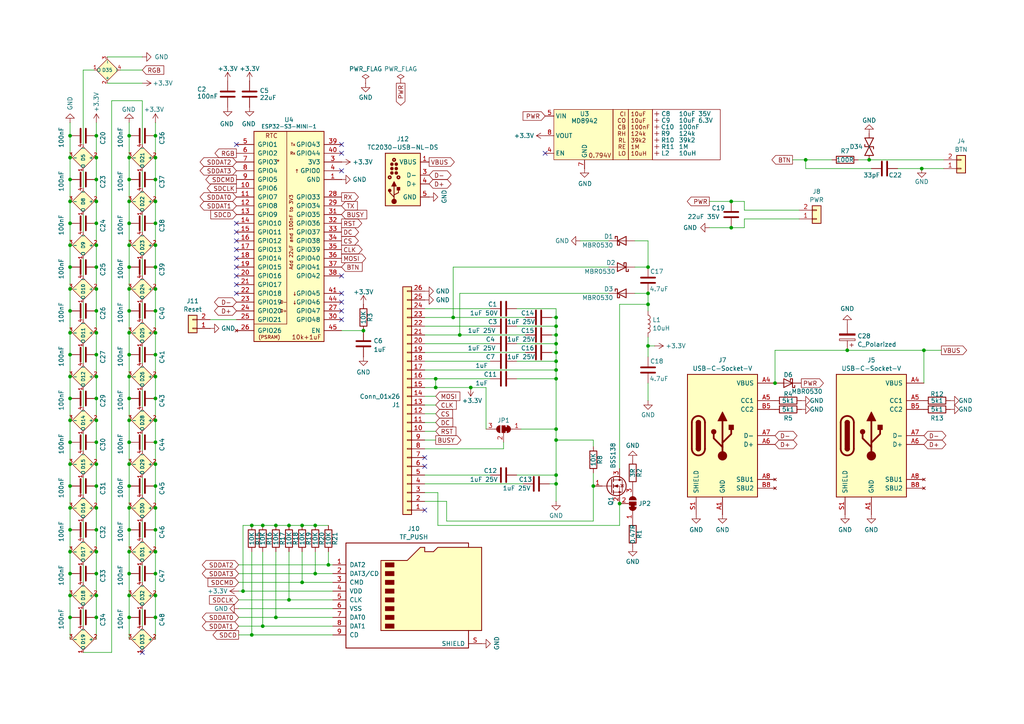
<source format=kicad_sch>
(kicad_sch (version 20231120) (generator "eeschema") (generator_version "8.0")
  (paper "A4")
  (title_block (title "E-Paper 7.5\"") (rev "1") (comment 1 "@TheRealRevK") (comment 2 "www.me.uk"))
  (junction (at 20.32 128.27))
  (junction (at 37.465 128.27))
  (junction (at 27.94 115.57))
  (junction (at 20.32 140.97))
  (junction (at 37.465 39.37))
  (junction (at 20.32 121.92))
  (junction (at 358.14 115.57))
  (junction (at 358.14 105.41))
  (junction (at 267.335 48.895))
  (junction (at 27.94 140.97))
  (junction (at 27.94 77.47))
  (junction (at 445.77 163.83))
  (junction (at 37.465 140.97))
  (junction (at 73.025 184.15))
  (junction (at 212.09 66.04))
  (junction (at 20.32 179.07))
  (junction (at 445.77 147.32))
  (junction (at 453.39 147.32))
  (junction (at 37.465 160.02))
  (junction (at 20.32 172.72))
  (junction (at 245.745 101.6))
  (junction (at 37.465 58.42))
  (junction (at 27.94 96.52))
  (junction (at 224.79 111.125))
  (junction (at 37.465 134.62))
  (junction (at 45.085 83.82))
  (junction (at 212.09 58.42))
  (junction (at 27.94 45.72))
  (junction (at 70.485 171.45))
  (junction (at 45.085 52.07))
  (junction (at 481.33 113.03))
  (junction (at 161.29 99.695))
  (junction (at 37.465 109.22))
  (junction (at 45.085 115.57))
  (junction (at 434.34 46.355))
  (junction (at 419.1 129.54))
  (junction (at 375.92 95.25))
  (junction (at 161.29 102.235))
  (junction (at 131.445 92.075))
  (junction (at 27.94 166.37))
  (junction (at 27.94 58.42))
  (junction (at 524.51 100.33))
  (junction (at 45.085 109.22))
  (junction (at 187.96 85.09))
  (junction (at 425.45 91.44))
  (junction (at 45.085 96.52))
  (junction (at 544.83 119.38))
  (junction (at 87.63 152.4))
  (junction (at 525.78 121.92))
  (junction (at 414.02 46.355))
  (junction (at 27.94 64.77))
  (junction (at 27.94 134.62))
  (junction (at 267.97 101.6))
  (junction (at 544.83 121.92))
  (junction (at 76.2 152.4))
  (junction (at 422.91 46.355))
  (junction (at 375.92 105.41))
  (junction (at 80.01 179.07))
  (junction (at 414.02 53.975))
  (junction (at 45.085 172.72))
  (junction (at 410.21 80.01))
  (junction (at 431.8 64.77))
  (junction (at 20.32 160.02))
  (junction (at 45.085 58.42))
  (junction (at 37.465 102.87))
  (junction (at 161.29 127.635))
  (junction (at 45.085 39.37))
  (junction (at 37.465 96.52))
  (junction (at 80.01 152.4))
  (junction (at 83.82 173.99))
  (junction (at 45.085 128.27))
  (junction (at 136.525 112.395))
  (junction (at 27.94 153.67))
  (junction (at 20.32 77.47))
  (junction (at 91.44 152.4))
  (junction (at 20.32 115.57))
  (junction (at 187.96 77.47))
  (junction (at 20.32 83.82))
  (junction (at 358.14 95.25))
  (junction (at 179.705 146.05))
  (junction (at 27.94 121.92))
  (junction (at 252.095 46.355))
  (junction (at 425.45 95.25))
  (junction (at 20.32 52.07))
  (junction (at 419.1 120.65))
  (junction (at 187.96 100.33))
  (junction (at 161.29 140.335))
  (junction (at 45.085 71.12))
  (junction (at 449.58 163.83))
  (junction (at 37.465 52.07))
  (junction (at 521.97 121.92))
  (junction (at 425.45 100.33))
  (junction (at 27.94 90.17))
  (junction (at 20.32 45.72))
  (junction (at 375.92 115.57))
  (junction (at 45.085 102.87))
  (junction (at 45.085 179.07))
  (junction (at 27.94 172.72))
  (junction (at 45.085 45.72))
  (junction (at 27.94 128.27))
  (junction (at 410.21 87.63))
  (junction (at 45.085 147.32))
  (junction (at 20.32 153.67))
  (junction (at 45.085 121.92))
  (junction (at 415.29 138.43))
  (junction (at 37.465 64.77))
  (junction (at 45.085 153.67))
  (junction (at 161.29 109.855))
  (junction (at 20.32 58.42))
  (junction (at 91.44 166.37))
  (junction (at 422.91 53.975))
  (junction (at 105.41 95.885))
  (junction (at 20.32 102.87))
  (junction (at 20.32 166.37))
  (junction (at 45.085 77.47))
  (junction (at 27.94 83.82))
  (junction (at 20.32 90.17))
  (junction (at 187.96 88.265))
  (junction (at 27.94 39.37))
  (junction (at 126.365 109.855))
  (junction (at 45.085 140.97))
  (junction (at 45.085 90.17))
  (junction (at 133.35 97.155))
  (junction (at 76.2 181.61))
  (junction (at 27.94 179.07))
  (junction (at 27.94 109.22))
  (junction (at 161.29 107.315))
  (junction (at 161.29 137.795))
  (junction (at 20.32 71.12))
  (junction (at 27.94 160.02))
  (junction (at 161.29 104.775))
  (junction (at 37.465 121.92))
  (junction (at 20.32 64.77))
  (junction (at 37.465 153.67))
  (junction (at 37.465 172.72))
  (junction (at 37.465 77.47))
  (junction (at 37.465 90.17))
  (junction (at 494.665 142.875))
  (junction (at 37.465 147.32))
  (junction (at 126.365 112.395))
  (junction (at 445.77 39.37))
  (junction (at 27.94 147.32))
  (junction (at 83.82 152.4))
  (junction (at 27.94 102.87))
  (junction (at 27.94 71.12))
  (junction (at 37.465 83.82))
  (junction (at 37.465 71.12))
  (junction (at 20.32 39.37))
  (junction (at 87.63 168.91))
  (junction (at 20.32 96.52))
  (junction (at 20.32 134.62))
  (junction (at 172.085 140.97))
  (junction (at 37.465 166.37))
  (junction (at 95.25 163.83))
  (junction (at 27.94 52.07))
  (junction (at 37.465 179.07))
  (junction (at 37.465 115.57))
  (junction (at 161.29 97.155))
  (junction (at 20.32 147.32))
  (junction (at 233.68 46.355))
  (junction (at 45.085 134.62))
  (junction (at 73.025 152.4))
  (junction (at 45.085 64.77))
  (junction (at 161.29 124.46))
  (junction (at 45.085 166.37))
  (junction (at 20.32 109.22))
  (junction (at 161.29 94.615))
  (junction (at 45.085 160.02))
  (junction (at 161.29 92.075))
  (junction (at 37.465 45.72))
  (no_connect (at 68.58 72.39))
  (no_connect (at 453.39 82.55))
  (no_connect (at 68.58 69.85))
  (no_connect (at 455.93 82.55))
  (no_connect (at 473.71 107.95))
  (no_connect (at 68.58 67.31))
  (no_connect (at 123.19 135.255))
  (no_connect (at 68.58 85.09))
  (no_connect (at 443.23 128.27))
  (no_connect (at 68.58 41.91))
  (no_connect (at 99.06 41.91))
  (no_connect (at 99.06 85.09))
  (no_connect (at 99.06 92.71))
  (no_connect (at 99.06 90.17))
  (no_connect (at 158.115 44.45))
  (no_connect (at 429.26 97.79))
  (no_connect (at 68.58 74.93))
  (no_connect (at 450.85 82.55))
  (no_connect (at 473.71 115.57))
  (no_connect (at 463.55 128.27))
  (no_connect (at 68.58 82.55))
  (no_connect (at 99.06 80.01))
  (no_connect (at 68.58 77.47))
  (no_connect (at 473.71 118.11))
  (no_connect (at 448.31 82.55))
  (no_connect (at 473.71 97.79))
  (no_connect (at 461.01 82.55))
  (no_connect (at 123.19 132.715))
  (no_connect (at 461.01 128.27))
  (no_connect (at 99.06 49.53))
  (no_connect (at 68.58 64.77))
  (no_connect (at 473.71 105.41))
  (no_connect (at 99.06 87.63))
  (no_connect (at 41.275 189.23))
  (no_connect (at 463.55 82.55))
  (no_connect (at 123.19 147.955))
  (no_connect (at 473.71 95.25))
  (no_connect (at 445.77 128.27))
  (no_connect (at 68.58 80.01))
  (no_connect (at 99.06 44.45))
  (no_connect (at 458.47 82.55))
  (wire (pts (xy 422.91 53.975) (xy 434.34 53.975)))
  (wire (pts (xy 27.94 64.77) (xy 27.94 71.12)))
  (wire (pts (xy 161.29 109.855) (xy 161.29 124.46)))
  (wire (pts (xy 37.465 45.72) (xy 37.465 52.07)))
  (wire (pts (xy 123.19 114.935) (xy 126.365 114.935)))
  (wire (pts (xy 494.665 110.49) (xy 494.665 142.875)))
  (wire (pts (xy 27.94 134.62) (xy 27.94 140.97)))
  (wire (pts (xy 445.77 163.83) (xy 449.58 163.83)))
  (wire (pts (xy 544.83 119.38) (xy 541.02 119.38)))
  (wire (pts (xy 123.19 107.315) (xy 161.29 107.315)))
  (wire (pts (xy 83.82 152.4) (xy 87.63 152.4)))
  (wire (pts (xy 179.705 146.05) (xy 179.705 152.4)))
  (wire (pts (xy 32.385 29.21) (xy 41.275 29.21)))
  (wire (pts (xy 20.32 134.62) (xy 20.32 140.97)))
  (wire (pts (xy 69.215 173.99) (xy 83.82 173.99)))
  (wire (pts (xy 453.39 163.83) (xy 449.58 163.83)))
  (wire (pts (xy 436.88 142.24) (xy 436.88 163.83)))
  (wire (pts (xy 487.045 142.875) (xy 494.665 142.875)))
  (wire (pts (xy 20.32 102.87) (xy 20.32 109.22)))
  (wire (pts (xy 149.86 104.775) (xy 161.29 104.775)))
  (wire (pts (xy 20.32 153.67) (xy 20.32 160.02)))
  (wire (pts (xy 20.32 115.57) (xy 20.32 121.92)))
  (wire (pts (xy 524.51 119.38) (xy 524.51 100.33)))
  (wire (pts (xy 375.92 104.14) (xy 375.92 105.41)))
  (wire (pts (xy 41.275 181.61) (xy 41.275 176.53)))
  (wire (pts (xy 76.2 152.4) (xy 73.025 152.4)))
  (wire (pts (xy 187.96 97.79) (xy 187.96 100.33)))
  (wire (pts (xy 533.4 119.38) (xy 524.51 119.38)))
  (wire (pts (xy 453.39 147.32) (xy 453.39 152.4)))
  (wire (pts (xy 267.335 48.895) (xy 273.685 48.895)))
  (wire (pts (xy 80.01 160.02) (xy 80.01 179.07)))
  (wire (pts (xy 27.94 58.42) (xy 27.94 64.77)))
  (wire (pts (xy 168.275 69.85) (xy 176.53 69.85)))
  (wire (pts (xy 37.465 153.67) (xy 37.465 160.02)))
  (wire (pts (xy 473.71 113.03) (xy 481.33 113.03)))
  (wire (pts (xy 161.29 92.075) (xy 161.29 89.535)))
  (wire (pts (xy 27.94 96.52) (xy 27.94 102.87)))
  (wire (pts (xy 151.13 124.46) (xy 161.29 124.46)))
  (wire (pts (xy 45.085 115.57) (xy 45.085 121.92)))
  (wire (pts (xy 45.085 109.22) (xy 45.085 115.57)))
  (wire (pts (xy 123.19 127.635) (xy 126.365 127.635)))
  (wire (pts (xy 41.275 143.51) (xy 41.275 138.43)))
  (wire (pts (xy 127 152.4) (xy 179.705 152.4)))
  (wire (pts (xy 126.365 112.395) (xy 136.525 112.395)))
  (wire (pts (xy 172.085 127.635) (xy 161.29 127.635)))
  (wire (pts (xy 95.25 160.02) (xy 95.25 163.83)))
  (wire (pts (xy 445.77 147.32) (xy 445.77 152.4)))
  (wire (pts (xy 37.465 35.56) (xy 37.465 39.37)))
  (wire (pts (xy 69.215 184.15) (xy 73.025 184.15)))
  (wire (pts (xy 429.26 115.57) (xy 419.1 115.57)))
  (wire (pts (xy 27.94 83.82) (xy 27.94 90.17)))
  (wire (pts (xy 161.29 102.235) (xy 161.29 99.695)))
  (wire (pts (xy 425.45 91.44) (xy 429.26 91.44)))
  (wire (pts (xy 27.94 109.22) (xy 27.94 115.57)))
  (wire (pts (xy 20.32 147.32) (xy 20.32 153.67)))
  (wire (pts (xy 160.02 92.075) (xy 161.29 92.075)))
  (wire (pts (xy 521.97 102.87) (xy 521.97 121.92)))
  (wire (pts (xy 340.36 95.25) (xy 340.36 102.87)))
  (wire (pts (xy 20.32 64.77) (xy 20.32 71.12)))
  (wire (pts (xy 161.29 97.155) (xy 161.29 94.615)))
  (wire (pts (xy 123.19 142.875) (xy 127 142.875)))
  (wire (pts (xy 161.29 127.635) (xy 161.29 137.795)))
  (wire (pts (xy 187.96 111.125) (xy 187.96 116.205)))
  (wire (pts (xy 448.31 128.27) (xy 448.31 139.7)))
  (wire (pts (xy 126.365 109.855) (xy 126.365 112.395)))
  (wire (pts (xy 20.32 71.12) (xy 20.32 77.47)))
  (wire (pts (xy 45.085 45.72) (xy 45.085 52.07)))
  (wire (pts (xy 396.24 129.54) (xy 398.78 129.54)))
  (wire (pts (xy 69.215 166.37) (xy 91.44 166.37)))
  (wire (pts (xy 424.18 118.11) (xy 424.18 129.54)))
  (wire (pts (xy 27.94 71.12) (xy 27.94 77.47)))
  (wire (pts (xy 27.305 20.32) (xy 24.13 20.32)))
  (wire (pts (xy 20.32 39.37) (xy 20.32 45.72)))
  (wire (pts (xy 161.29 104.775) (xy 161.29 107.315)))
  (wire (pts (xy 445.77 160.02) (xy 445.77 163.83)))
  (wire (pts (xy 27.94 90.17) (xy 27.94 96.52)))
  (wire (pts (xy 27.94 52.07) (xy 27.94 58.42)))
  (wire (pts (xy 405.13 95.25) (xy 405.13 102.87)))
  (wire (pts (xy 45.085 102.87) (xy 45.085 109.22)))
  (wire (pts (xy 187.96 88.265) (xy 187.96 90.17)))
  (wire (pts (xy 45.085 64.77) (xy 45.085 71.12)))
  (wire (pts (xy 260.35 48.895) (xy 267.335 48.895)))
  (wire (pts (xy 340.36 115.57) (xy 358.14 115.57)))
  (wire (pts (xy 245.745 101.6) (xy 267.97 101.6)))
  (wire (pts (xy 520.065 121.92) (xy 521.97 121.92)))
  (wire (pts (xy 20.32 96.52) (xy 20.32 102.87)))
  (wire (pts (xy 187.96 100.33) (xy 189.865 100.33)))
  (wire (pts (xy 358.14 105.41) (xy 358.14 106.68)))
  (wire (pts (xy 37.465 58.42) (xy 37.465 64.77)))
  (wire (pts (xy 172.085 140.97) (xy 172.085 151.13)))
  (wire (pts (xy 24.13 92.71) (xy 24.13 87.63)))
  (wire (pts (xy 20.32 172.72) (xy 20.32 179.07)))
  (wire (pts (xy 129.54 151.13) (xy 172.085 151.13)))
  (wire (pts (xy 187.96 100.33) (xy 187.96 103.505)))
  (wire (pts (xy 422.91 53.975) (xy 414.02 53.975)))
  (wire (pts (xy 45.085 96.52) (xy 45.085 102.87)))
  (wire (pts (xy 160.02 97.155) (xy 161.29 97.155)))
  (wire (pts (xy 41.275 113.03) (xy 41.275 118.11)))
  (wire (pts (xy 129.54 145.415) (xy 129.54 151.13)))
  (wire (pts (xy 87.63 152.4) (xy 91.44 152.4)))
  (wire (pts (xy 419.1 105.41) (xy 419.1 80.01)))
  (wire (pts (xy 80.01 179.07) (xy 96.52 179.07)))
  (wire (pts (xy 60.96 92.71) (xy 68.58 92.71)))
  (wire (pts (xy 161.29 102.235) (xy 161.29 104.775)))
  (wire (pts (xy 37.465 90.17) (xy 37.465 96.52)))
  (wire (pts (xy 123.19 122.555) (xy 126.365 122.555)))
  (wire (pts (xy 41.275 105.41) (xy 41.275 100.33)))
  (wire (pts (xy 37.465 39.37) (xy 37.465 45.72)))
  (wire (pts (xy 375.92 115.57) (xy 375.92 129.54)))
  (wire (pts (xy 24.13 130.81) (xy 24.13 125.73)))
  (wire (pts (xy 24.13 80.01) (xy 24.13 74.93)))
  (wire (pts (xy 32.385 189.23) (xy 32.385 29.21)))
  (wire (pts (xy 233.68 46.355) (xy 233.68 48.895)))
  (wire (pts (xy 27.94 128.27) (xy 27.94 134.62)))
  (wire (pts (xy 123.19 104.775) (xy 142.24 104.775)))
  (wire (pts (xy 37.465 121.92) (xy 37.465 128.27)))
  (wire (pts (xy 27.94 102.87) (xy 27.94 109.22)))
  (wire (pts (xy 184.15 85.09) (xy 187.96 85.09)))
  (wire (pts (xy 20.32 45.72) (xy 20.32 52.07)))
  (wire (pts (xy 133.35 85.09) (xy 176.53 85.09)))
  (wire (pts (xy 429.26 110.49) (xy 425.45 110.49)))
  (wire (pts (xy 449.58 142.24) (xy 436.88 142.24)))
  (wire (pts (xy 494.665 142.875) (xy 497.205 142.875)))
  (wire (pts (xy 123.19 130.175) (xy 146.05 130.175)))
  (wire (pts (xy 370.84 95.25) (xy 375.92 95.25)))
  (wire (pts (xy 37.465 96.52) (xy 37.465 102.87)))
  (wire (pts (xy 91.44 160.02) (xy 91.44 166.37)))
  (wire (pts (xy 161.29 140.335) (xy 161.29 145.415)))
  (wire (pts (xy 20.32 77.47) (xy 20.32 83.82)))
  (wire (pts (xy 45.085 39.37) (xy 45.085 45.72)))
  (wire (pts (xy 123.19 99.695) (xy 142.24 99.695)))
  (wire (pts (xy 69.215 168.91) (xy 87.63 168.91)))
  (wire (pts (xy 45.085 160.02) (xy 45.085 166.37)))
  (wire (pts (xy 161.29 137.795) (xy 149.86 137.795)))
  (wire (pts (xy 45.085 166.37) (xy 45.085 172.72)))
  (wire (pts (xy 431.8 64.77) (xy 440.69 64.77)))
  (wire (pts (xy 37.465 109.22) (xy 37.465 115.57)))
  (wire (pts (xy 37.465 52.07) (xy 37.465 58.42)))
  (wire (pts (xy 429.26 105.41) (xy 419.1 105.41)))
  (wire (pts (xy 426.085 64.77) (xy 431.8 64.77)))
  (wire (pts (xy 212.09 58.42) (xy 215.9 58.42)))
  (wire (pts (xy 76.2 152.4) (xy 80.01 152.4)))
  (wire (pts (xy 31.115 16.51) (xy 41.275 16.51)))
  (wire (pts (xy 27.94 35.56) (xy 27.94 39.37)))
  (wire (pts (xy 70.485 171.45) (xy 96.52 171.45)))
  (wire (pts (xy 37.465 147.32) (xy 37.465 153.67)))
  (wire (pts (xy 37.465 83.82) (xy 37.465 90.17)))
  (wire (pts (xy 401.32 80.01) (xy 410.21 80.01)))
  (wire (pts (xy 45.085 172.72) (xy 45.085 179.07)))
  (wire (pts (xy 41.275 29.21) (xy 41.275 41.91)))
  (wire (pts (xy 375.92 95.25) (xy 375.92 96.52)))
  (wire (pts (xy 140.97 112.395) (xy 140.97 124.46)))
  (wire (pts (xy 45.085 52.07) (xy 45.085 58.42)))
  (wire (pts (xy 27.94 172.72) (xy 27.94 179.07)))
  (wire (pts (xy 24.13 20.32) (xy 24.13 41.91)))
  (wire (pts (xy 434.34 46.355) (xy 443.23 46.355)))
  (wire (pts (xy 45.085 147.32) (xy 45.085 153.67)))
  (wire (pts (xy 24.13 181.61) (xy 24.13 176.53)))
  (wire (pts (xy 37.465 64.77) (xy 37.465 71.12)))
  (wire (pts (xy 187.96 69.85) (xy 187.96 77.47)))
  (wire (pts (xy 415.29 138.43) (xy 415.29 140.97)))
  (wire (pts (xy 45.085 128.27) (xy 45.085 134.62)))
  (wire (pts (xy 224.79 101.6) (xy 245.745 101.6)))
  (wire (pts (xy 375.92 105.41) (xy 384.81 105.41)))
  (wire (pts (xy 358.14 95.25) (xy 358.14 96.52)))
  (wire (pts (xy 161.29 89.535) (xy 149.86 89.535)))
  (wire (pts (xy 123.19 97.155) (xy 133.35 97.155)))
  (wire (pts (xy 37.465 172.72) (xy 37.465 179.07)))
  (wire (pts (xy 179.705 88.265) (xy 179.705 135.89)))
  (wire (pts (xy 172.085 129.54) (xy 172.085 127.635)))
  (wire (pts (xy 37.465 128.27) (xy 37.465 134.62)))
  (wire (pts (xy 41.275 168.91) (xy 41.275 163.83)))
  (wire (pts (xy 425.45 110.49) (xy 425.45 100.33)))
  (wire (pts (xy 41.275 92.71) (xy 41.275 87.63)))
  (wire (pts (xy 91.44 152.4) (xy 95.25 152.4)))
  (wire (pts (xy 37.465 71.12) (xy 37.465 77.47)))
  (wire (pts (xy 20.32 128.27) (xy 20.32 134.62)))
  (wire (pts (xy 340.36 95.25) (xy 358.14 95.25)))
  (wire (pts (xy 146.05 130.175) (xy 146.05 128.27)))
  (wire (pts (xy 45.085 58.42) (xy 45.085 64.77)))
  (wire (pts (xy 24.13 156.21) (xy 24.13 151.13)))
  (wire (pts (xy 136.525 112.395) (xy 140.97 112.395)))
  (wire (pts (xy 123.19 94.615) (xy 142.24 94.615)))
  (wire (pts (xy 45.085 90.17) (xy 45.085 96.52)))
  (wire (pts (xy 83.82 173.99) (xy 96.52 173.99)))
  (wire (pts (xy 76.2 181.61) (xy 96.52 181.61)))
  (wire (pts (xy 161.29 124.46) (xy 161.29 127.635)))
  (wire (pts (xy 393.7 115.57) (xy 405.13 115.57)))
  (wire (pts (xy 41.275 20.32) (xy 34.925 20.32)))
  (wire (pts (xy 184.15 69.85) (xy 187.96 69.85)))
  (wire (pts (xy 41.275 130.81) (xy 41.275 125.73)))
  (wire (pts (xy 425.45 95.25) (xy 429.26 95.25)))
  (wire (pts (xy 445.77 139.7) (xy 445.77 147.32)))
  (wire (pts (xy 393.7 95.25) (xy 405.13 95.25)))
  (wire (pts (xy 24.13 189.23) (xy 32.385 189.23)))
  (wire (pts (xy 473.71 110.49) (xy 494.665 110.49)))
  (wire (pts (xy 27.94 115.57) (xy 27.94 121.92)))
  (wire (pts (xy 27.94 140.97) (xy 27.94 147.32)))
  (wire (pts (xy 123.19 145.415) (xy 129.54 145.415)))
  (wire (pts (xy 160.02 102.235) (xy 161.29 102.235)))
  (wire (pts (xy 45.085 35.56) (xy 45.085 39.37)))
  (wire (pts (xy 525.78 121.92) (xy 521.97 121.92)))
  (wire (pts (xy 412.75 120.65) (xy 419.1 120.65)))
  (wire (pts (xy 20.32 179.07) (xy 20.32 185.42)))
  (wire (pts (xy 229.87 46.355) (xy 233.68 46.355)))
  (wire (pts (xy 20.32 35.56) (xy 20.32 39.37)))
  (wire (pts (xy 123.19 92.075) (xy 131.445 92.075)))
  (wire (pts (xy 187.96 88.265) (xy 179.705 88.265)))
  (wire (pts (xy 419.1 120.65) (xy 419.1 121.92)))
  (wire (pts (xy 524.51 100.33) (xy 525.78 100.33)))
  (wire (pts (xy 20.32 160.02) (xy 20.32 166.37)))
  (wire (pts (xy 358.14 114.3) (xy 358.14 115.57)))
  (wire (pts (xy 24.13 143.51) (xy 24.13 138.43)))
  (wire (pts (xy 405.13 102.87) (xy 429.26 102.87)))
  (wire (pts (xy 123.19 125.095) (xy 126.365 125.095)))
  (wire (pts (xy 83.82 160.02) (xy 83.82 173.99)))
  (wire (pts (xy 448.31 139.7) (xy 445.77 139.7)))
  (wire (pts (xy 99.06 95.885) (xy 105.41 95.885)))
  (wire (pts (xy 69.215 171.45) (xy 70.485 171.45)))
  (wire (pts (xy 248.92 46.355) (xy 252.095 46.355)))
  (wire (pts (xy 533.4 121.92) (xy 525.78 121.92)))
  (wire (pts (xy 37.465 140.97) (xy 37.465 147.32)))
  (wire (pts (xy 375.92 114.3) (xy 375.92 115.57)))
  (wire (pts (xy 20.32 52.07) (xy 20.32 58.42)))
  (wire (pts (xy 45.085 179.07) (xy 45.085 185.42)))
  (wire (pts (xy 161.29 137.795) (xy 161.29 140.335)))
  (wire (pts (xy 161.29 99.695) (xy 161.29 97.155)))
  (wire (pts (xy 358.14 105.41) (xy 375.92 105.41)))
  (wire (pts (xy 224.79 111.125) (xy 224.79 101.6)))
  (wire (pts (xy 73.025 152.4) (xy 70.485 152.4)))
  (wire (pts (xy 443.23 82.55) (xy 443.23 46.355)))
  (wire (pts (xy 37.465 102.87) (xy 37.465 109.22)))
  (wire (pts (xy 37.465 77.47) (xy 37.465 83.82)))
  (wire (pts (xy 453.39 160.02) (xy 453.39 163.83)))
  (wire (pts (xy 405.13 107.95) (xy 405.13 115.57)))
  (wire (pts (xy 440.69 64.77) (xy 440.69 82.55)))
  (wire (pts (xy 95.25 163.83) (xy 69.215 163.83)))
  (wire (pts (xy 172.085 137.16) (xy 172.085 140.97)))
  (wire (pts (xy 205.74 66.04) (xy 212.09 66.04)))
  (wire (pts (xy 215.9 60.96) (xy 231.775 60.96)))
  (wire (pts (xy 27.94 147.32) (xy 27.94 153.67)))
  (wire (pts (xy 31.115 24.13) (xy 41.275 24.13)))
  (wire (pts (xy 405.13 107.95) (xy 429.26 107.95)))
  (wire (pts (xy 87.63 160.02) (xy 87.63 168.91)))
  (wire (pts (xy 215.9 66.04) (xy 215.9 63.5)))
  (wire (pts (xy 233.68 46.355) (xy 241.3 46.355)))
  (wire (pts (xy 123.19 137.795) (xy 142.24 137.795)))
  (wire (pts (xy 131.445 92.075) (xy 131.445 77.47)))
  (wire (pts (xy 215.9 58.42) (xy 215.9 60.96)))
  (wire (pts (xy 149.86 99.695) (xy 161.29 99.695)))
  (wire (pts (xy 370.84 115.57) (xy 375.92 115.57)))
  (wire (pts (xy 45.085 77.47) (xy 45.085 83.82)))
  (wire (pts (xy 161.29 109.855) (xy 161.29 107.315)))
  (wire (pts (xy 45.085 140.97) (xy 45.085 147.32)))
  (wire (pts (xy 76.2 160.02) (xy 76.2 181.61)))
  (wire (pts (xy 131.445 92.075) (xy 152.4 92.075)))
  (wire (pts (xy 187.96 85.09) (xy 187.96 88.265)))
  (wire (pts (xy 205.74 58.42) (xy 212.09 58.42)))
  (wire (pts (xy 24.13 168.91) (xy 24.13 163.83)))
  (wire (pts (xy 73.025 184.15) (xy 96.52 184.15)))
  (wire (pts (xy 69.215 176.53) (xy 96.52 176.53)))
  (wire (pts (xy 24.13 105.41) (xy 24.13 100.33)))
  (wire (pts (xy 233.68 48.895) (xy 252.73 48.895)))
  (wire (pts (xy 27.94 166.37) (xy 27.94 172.72)))
  (wire (pts (xy 70.485 152.4) (xy 70.485 171.45)))
  (wire (pts (xy 161.29 94.615) (xy 161.29 92.075)))
  (wire (pts (xy 20.32 90.17) (xy 20.32 96.52)))
  (wire (pts (xy 544.83 121.92) (xy 558.165 121.92)))
  (wire (pts (xy 37.465 179.07) (xy 37.465 185.42)))
  (wire (pts (xy 149.86 94.615) (xy 161.29 94.615)))
  (wire (pts (xy 27.94 39.37) (xy 27.94 45.72)))
  (wire (pts (xy 544.83 121.92) (xy 541.02 121.92)))
  (wire (pts (xy 45.085 153.67) (xy 45.085 160.02)))
  (wire (pts (xy 20.32 166.37) (xy 20.32 172.72)))
  (wire (pts (xy 27.94 160.02) (xy 27.94 166.37)))
  (wire (pts (xy 45.085 71.12) (xy 45.085 77.47)))
  (wire (pts (xy 161.29 140.335) (xy 159.385 140.335)))
  (wire (pts (xy 149.86 109.855) (xy 161.29 109.855)))
  (wire (pts (xy 123.19 120.015) (xy 126.365 120.015)))
  (wire (pts (xy 419.1 115.57) (xy 419.1 120.65)))
  (wire (pts (xy 41.275 54.61) (xy 41.275 49.53)))
  (wire (pts (xy 429.26 113.03) (xy 415.29 113.03)))
  (wire (pts (xy 27.94 179.07) (xy 27.94 185.42)))
  (wire (pts (xy 422.91 46.355) (xy 414.02 46.355)))
  (wire (pts (xy 406.4 129.54) (xy 419.1 129.54)))
  (wire (pts (xy 358.14 115.57) (xy 363.22 115.57)))
  (wire (pts (xy 41.275 156.21) (xy 41.275 151.13)))
  (wire (pts (xy 401.32 87.63) (xy 410.21 87.63)))
  (wire (pts (xy 127 142.875) (xy 127 152.4)))
  (wire (pts (xy 375.92 129.54) (xy 388.62 129.54)))
  (wire (pts (xy 27.94 77.47) (xy 27.94 83.82)))
  (wire (pts (xy 410.21 80.01) (xy 419.1 80.01)))
  (wire (pts (xy 419.1 129.54) (xy 424.18 129.54)))
  (wire (pts (xy 184.15 77.47) (xy 187.96 77.47)))
  (wire (pts (xy 358.14 95.25) (xy 363.22 95.25)))
  (wire (pts (xy 37.465 160.02) (xy 37.465 166.37)))
  (wire (pts (xy 425.45 100.33) (xy 429.26 100.33)))
  (wire (pts (xy 45.085 83.82) (xy 45.085 90.17)))
  (wire (pts (xy 133.35 97.155) (xy 152.4 97.155)))
  (wire (pts (xy 375.92 115.57) (xy 386.08 115.57)))
  (wire (pts (xy 45.085 134.62) (xy 45.085 140.97)))
  (wire (pts (xy 450.85 128.27) (xy 450.85 139.7)))
  (wire (pts (xy 450.85 139.7) (xy 453.39 139.7)))
  (wire (pts (xy 215.9 63.5) (xy 231.775 63.5)))
  (wire (pts (xy 445.77 39.37) (xy 445.77 82.55)))
  (wire (pts (xy 425.45 91.44) (xy 425.45 87.63)))
  (wire (pts (xy 41.275 67.31) (xy 41.275 62.23)))
  (wire (pts (xy 375.92 95.25) (xy 386.08 95.25)))
  (wire (pts (xy 95.25 163.83) (xy 96.52 163.83)))
  (wire (pts (xy 73.025 160.02) (xy 73.025 184.15)))
  (wire (pts (xy 425.45 95.25) (xy 425.45 91.44)))
  (wire (pts (xy 524.51 100.33) (xy 473.71 100.33)))
  (wire (pts (xy 133.35 97.155) (xy 133.35 85.09)))
  (wire (pts (xy 91.44 166.37) (xy 96.52 166.37)))
  (wire (pts (xy 87.63 168.91) (xy 96.52 168.91)))
  (wire (pts (xy 41.275 80.01) (xy 41.275 74.93)))
  (wire (pts (xy 473.71 102.87) (xy 521.97 102.87)))
  (wire (pts (xy 131.445 77.47) (xy 176.53 77.47)))
  (wire (pts (xy 415.29 113.03) (xy 415.29 138.43)))
  (wire (pts (xy 24.13 67.31) (xy 24.13 62.23)))
  (wire (pts (xy 375.92 105.41) (xy 375.92 106.68)))
  (wire (pts (xy 27.94 121.92) (xy 27.94 128.27)))
  (wire (pts (xy 20.32 140.97) (xy 20.32 147.32)))
  (wire (pts (xy 340.36 105.41) (xy 358.14 105.41)))
  (wire (pts (xy 123.19 117.475) (xy 126.365 117.475)))
  (wire (pts (xy 20.32 58.42) (xy 20.32 64.77)))
  (wire (pts (xy 126.365 109.855) (xy 142.24 109.855)))
  (wire (pts (xy 123.19 109.855) (xy 126.365 109.855)))
  (wire (pts (xy 123.19 89.535) (xy 142.24 89.535)))
  (wire (pts (xy 69.215 181.61) (xy 76.2 181.61)))
  (wire (pts (xy 27.94 45.72) (xy 27.94 52.07)))
  (wire (pts (xy 37.465 134.62) (xy 37.465 140.97)))
  (wire (pts (xy 436.88 163.83) (xy 445.77 163.83)))
  (wire (pts (xy 27.94 153.67) (xy 27.94 160.02)))
  (wire (pts (xy 267.97 101.6) (xy 267.97 111.125)))
  (wire (pts (xy 358.14 104.14) (xy 358.14 105.41)))
  (wire (pts (xy 212.09 66.04) (xy 215.9 66.04)))
  (wire (pts (xy 37.465 115.57) (xy 37.465 121.92)))
  (wire (pts (xy 37.465 166.37) (xy 37.465 172.72)))
  (wire (pts (xy 20.32 83.82) (xy 20.32 90.17)))
  (wire (pts (xy 429.26 118.11) (xy 424.18 118.11)))
  (wire (pts (xy 45.085 121.92) (xy 45.085 128.27)))
  (wire (pts (xy 123.19 102.235) (xy 152.4 102.235)))
  (wire (pts (xy 123.19 112.395) (xy 126.365 112.395)))
  (wire (pts (xy 267.97 101.6) (xy 273.05 101.6)))
  (wire (pts (xy 24.13 49.53) (xy 24.13 54.61)))
  (wire (pts (xy 544.83 119.38) (xy 558.165 119.38)))
  (wire (pts (xy 252.095 46.355) (xy 273.685 46.355)))
  (wire (pts (xy 422.91 46.355) (xy 434.34 46.355)))
  (wire (pts (xy 340.36 107.95) (xy 340.36 115.57)))
  (wire (pts (xy 80.01 152.4) (xy 83.82 152.4)))
  (wire (pts (xy 453.39 139.7) (xy 453.39 147.32)))
  (wire (pts (xy 123.19 140.335) (xy 151.765 140.335)))
  (wire (pts (xy 449.58 152.4) (xy 449.58 163.83)))
  (wire (pts (xy 24.13 113.03) (xy 24.13 118.11)))
  (wire (pts (xy 20.32 109.22) (xy 20.32 115.57)))
  (wire (pts (xy 69.215 179.07) (xy 80.01 179.07)))
  (wire (pts (xy 20.32 121.92) (xy 20.32 128.27)))
  (wire (pts (xy 425.45 100.33) (xy 425.45 95.25)))
  (global_label "CLK" (shape input) (at 126.365 117.475 0) (property "Intersheetrefs" "${INTERSHEET_REFS}" (effects (hide yes))))
  (global_label "SDDAT0" (shape bidirectional) (at 69.215 179.07 180) (property "Intersheetrefs" "${INTERSHEET_REFS}" (effects (hide yes))))
  (global_label "MOSI" (shape output) (at 99.06 74.93 0) (property "Intersheetrefs" "${INTERSHEET_REFS}" (effects (hide yes))))
  (global_label "SDDAT3" (shape bidirectional) (at 68.58 49.53 180) (property "Intersheetrefs" "${INTERSHEET_REFS}" (effects (hide yes))))
  (global_label "SDCD" (shape output) (at 69.215 184.15 180) (property "Intersheetrefs" "${INTERSHEET_REFS}" (effects (hide yes))))
  (global_label "D+" (shape bidirectional) (at 124.46 53.34 0) (property "Intersheetrefs" "${INTERSHEET_REFS}" (effects (hide yes))))
  (global_label "MOSI" (shape input) (at 126.365 114.935 0) (property "Intersheetrefs" "${INTERSHEET_REFS}" (effects (hide yes))))
  (global_label "BUSY" (shape input) (at 99.06 62.23 0) (property "Intersheetrefs" "${INTERSHEET_REFS}" (effects (hide yes))))
  (global_label "SDDAT2" (shape bidirectional) (at 68.58 46.99 180) (property "Intersheetrefs" "${INTERSHEET_REFS}" (effects (hide yes))))
  (global_label "SDCLK" (shape input) (at 69.215 173.99 180) (property "Intersheetrefs" "${INTERSHEET_REFS}" (effects (hide yes))))
  (global_label "PWR" (shape output) (at 232.41 111.125 0) (property "Intersheetrefs" "${INTERSHEET_REFS}" (effects (hide yes))))
  (global_label "VBUS" (shape output) (at 273.05 101.6 0) (property "Intersheetrefs" "${INTERSHEET_REFS}" (effects (hide yes))))
  (global_label "D+" (shape bidirectional) (at 224.79 128.905 0) (property "Intersheetrefs" "${INTERSHEET_REFS}" (effects (hide yes))))
  (global_label "D-" (shape bidirectional) (at 124.46 50.8 0) (property "Intersheetrefs" "${INTERSHEET_REFS}" (effects (hide yes))))
  (global_label "SDDAT1" (shape bidirectional) (at 68.58 59.69 180) (property "Intersheetrefs" "${INTERSHEET_REFS}" (effects (hide yes))))
  (global_label "PWR" (shape output) (at 205.74 58.42 180) (property "Intersheetrefs" "${INTERSHEET_REFS}" (effects (hide yes))))
  (global_label "SDCLK" (shape output) (at 68.58 54.61 180) (property "Intersheetrefs" "${INTERSHEET_REFS}" (effects (hide yes))))
  (global_label "PWR" (shape input) (at 158.115 33.655 180) (property "Intersheetrefs" "${INTERSHEET_REFS}" (effects (hide yes))))
  (global_label "DC" (shape output) (at 99.06 67.31 0) (property "Intersheetrefs" "${INTERSHEET_REFS}" (effects (hide yes))))
  (global_label "D+" (shape bidirectional) (at 68.58 90.17 180) (property "Intersheetrefs" "${INTERSHEET_REFS}" (effects (hide yes))))
  (global_label "PWR" (shape output) (at 116.205 24.13 270) (property "Intersheetrefs" "${INTERSHEET_REFS}" (effects (hide yes))))
  (global_label "RX" (shape output) (at 99.06 57.15 0) (property "Intersheetrefs" "${INTERSHEET_REFS}" (effects (hide yes))))
  (global_label "RST" (shape output) (at 99.06 64.77 0) (property "Intersheetrefs" "${INTERSHEET_REFS}" (effects (hide yes))))
  (global_label "TX" (shape input) (at 99.06 59.69 0) (property "Intersheetrefs" "${INTERSHEET_REFS}" (effects (hide yes))))
  (global_label "SDDAT2" (shape bidirectional) (at 69.215 163.83 180) (property "Intersheetrefs" "${INTERSHEET_REFS}" (effects (hide yes))))
  (global_label "CS" (shape output) (at 99.06 69.85 0) (property "Intersheetrefs" "${INTERSHEET_REFS}" (effects (hide yes))))
  (global_label "RX" (shape input) (at 520.065 121.92 180) (property "Intersheetrefs" "${INTERSHEET_REFS}" (effects (hide yes))))
  (global_label "RGB" (shape input) (at 41.275 20.32 0) (property "Intersheetrefs" "${INTERSHEET_REFS}" (effects (hide yes))))
  (global_label "BUSY" (shape output) (at 126.365 127.635 0) (property "Intersheetrefs" "${INTERSHEET_REFS}" (effects (hide yes))))
  (global_label "D-" (shape bidirectional) (at 224.79 126.365 0) (property "Intersheetrefs" "${INTERSHEET_REFS}" (effects (hide yes))))
  (global_label "DC" (shape input) (at 126.365 122.555 0) (property "Intersheetrefs" "${INTERSHEET_REFS}" (effects (hide yes))))
  (global_label "VBUS" (shape output) (at 124.46 46.99 0) (property "Intersheetrefs" "${INTERSHEET_REFS}" (effects (hide yes))))
  (global_label "RGB" (shape output) (at 68.58 44.45 180) (property "Intersheetrefs" "${INTERSHEET_REFS}" (effects (hide yes))))
  (global_label "D-" (shape bidirectional) (at 68.58 87.63 180) (property "Intersheetrefs" "${INTERSHEET_REFS}" (effects (hide yes))))
  (global_label "D+" (shape bidirectional) (at 267.97 128.905 0) (property "Intersheetrefs" "${INTERSHEET_REFS}" (effects (hide yes))))
  (global_label "RST" (shape input) (at 126.365 125.095 0) (property "Intersheetrefs" "${INTERSHEET_REFS}" (effects (hide yes))))
  (global_label "CS" (shape input) (at 126.365 120.015 0) (property "Intersheetrefs" "${INTERSHEET_REFS}" (effects (hide yes))))
  (global_label "CLK" (shape output) (at 99.06 72.39 0) (property "Intersheetrefs" "${INTERSHEET_REFS}" (effects (hide yes))))
  (global_label "SDCMD" (shape input) (at 69.215 168.91 180) (property "Intersheetrefs" "${INTERSHEET_REFS}" (effects (hide yes))))
  (global_label "SDCD" (shape input) (at 68.58 62.23 180) (property "Intersheetrefs" "${INTERSHEET_REFS}" (effects (hide yes))))
  (global_label "TX" (shape output) (at 525.78 100.33 0) (property "Intersheetrefs" "${INTERSHEET_REFS}" (effects (hide yes))))
  (global_label "BTN" (shape input) (at 99.06 77.47 0) (property "Intersheetrefs" "${INTERSHEET_REFS}" (effects (hide yes))))
  (global_label "SDDAT3" (shape bidirectional) (at 69.215 166.37 180) (property "Intersheetrefs" "${INTERSHEET_REFS}" (effects (hide yes))))
  (global_label "SDDAT1" (shape bidirectional) (at 69.215 181.61 180) (property "Intersheetrefs" "${INTERSHEET_REFS}" (effects (hide yes))))
  (global_label "D-" (shape bidirectional) (at 267.97 126.365 0) (property "Intersheetrefs" "${INTERSHEET_REFS}" (effects (hide yes))))
  (global_label "BTN" (shape output) (at 229.87 46.355 180) (property "Intersheetrefs" "${INTERSHEET_REFS}" (effects (hide yes))))
  (global_label "SDCMD" (shape output) (at 68.58 52.07 180) (property "Intersheetrefs" "${INTERSHEET_REFS}" (effects (hide yes))))
  (global_label "SDDAT0" (shape bidirectional) (at 68.58 57.15 180) (property "Intersheetrefs" "${INTERSHEET_REFS}" (effects (hide yes))))
  (symbol (lib_id "power:GND") (at 106.045 24.13 0) (unit 1)
    (property "Reference" "#PWR029" (effects (hide yes)))
    (property "Value" "GND" (at 106.045 28.2631 0))
    (property "Description" "Power symbol creates a global label with name \"GND\" , ground" (effects (hide yes)))
  )
  (symbol (lib_id "RevK:WS2812B-1mm") (at 41.275 45.72 90) (mirror x) (unit 1)
    (property "Reference" "D21" (at 41.275 45.72 0) (effects (font (size 1 1))))
    (property "Value" "XL-1010RGBC-WS2812B" (effects (hide yes)))
    (property "Footprint" "RevK:SMD1010" (effects (hide yes)))
    (property "Datasheet" "https://datasheet.lcsc.com/lcsc/2301111010_XINGLIGHT-XL-1010RGBC-WS2812B_C5349953.pdf" (effects (hide yes)))
    (property "Description" "RGB LED with integrated controller" (effects (hide yes)))
    (property "LCSC Part #" "C5349953" (effects (hide yes)))
  )
  (symbol (lib_id "RevK:ES05D1MC10") (at 544.83 125.73 90) (unit 1)
    (property "Reference" "D39" (at 546.862 125.73 90) (effects (justify right)))
    (property "Value" "~" (at 544.83 125.73 0))
    (property "Footprint" "RevK:DFN1006-2L" (effects (hide yes)))
    (property "LCSC Part #" "C5137770" (effects (hide yes)))
  )
  (symbol (lib_id "RevK:Hidden") (at 190.5 36.83 90) (unit 1)
    (property "Reference" "C10" (at 195.58 36.83 90) (effects (justify left)))
    (property "Value" "100nF" (at 196.85 36.83 90) (effects (justify right)))
    (property "Footprint" "RevK:C_0603_" (effects (hide yes)))
  )
  (symbol (lib_id "RevK:WS2812B-1mm") (at 24.13 185.42 90) (mirror x) (unit 1)
    (property "Reference" "D19" (at 24.13 185.42 0) (effects (font (size 1 1))))
    (property "Value" "XL-1010RGBC-WS2812B" (effects (hide yes)))
    (property "Footprint" "RevK:SMD1010" (effects (hide yes)))
    (property "Datasheet" "https://datasheet.lcsc.com/lcsc/2301111010_XINGLIGHT-XL-1010RGBC-WS2812B_C5349953.pdf" (effects (hide yes)))
    (property "Description" "RGB LED with integrated controller" (effects (hide yes)))
    (property "LCSC Part #" "C5349953" (effects (hide yes)))
  )
  (symbol (lib_id "power:+3.3V") (at 105.41 88.265 0) (unit 1)
    (property "Reference" "#PWR014" (effects (hide yes)))
    (property "Value" "+3.3V" (at 105.41 84.6892 0))
    (property "Description" "Power symbol creates a global label with name \"+3.3V\"" (effects (hide yes)))
  )
  (symbol (lib_id "Device:C") (at 367.03 95.25 270) (unit 1)
    (property "Reference" "C49" (at 367.03 88.8492 90))
    (property "Value" "22pF" (at 367.03 91.1606 90))
    (property "Footprint" "RevK:C_0603" (effects (hide yes)))
    (property "Datasheet" "https://www.mouser.co.uk/ProductDetail/791-0603N220F500CT" (effects (hide yes)))
    (property "Note" "0603" (effects (hide yes)))
    (property "Part No" "0603N220F500CT" (effects (hide yes)))
    (property "Manufacturer" "Walsin" (effects (hide yes)))
  )
  (symbol (lib_id "power:+3.3V") (at 558.165 138.43 90) (unit 1)
    (property "Reference" "#PWR041" (effects (hide yes)))
    (property "Value" "+3.3V" (at 551.942 138.43 90))
  )
  (symbol (lib_id "RevK:WS2812B-1mm") (at 41.275 58.42 90) (mirror x) (unit 1)
    (property "Reference" "D22" (at 41.275 58.42 0) (effects (font (size 1 1))))
    (property "Value" "XL-1010RGBC-WS2812B" (effects (hide yes)))
    (property "Footprint" "RevK:SMD1010" (effects (hide yes)))
    (property "Datasheet" "https://datasheet.lcsc.com/lcsc/2301111010_XINGLIGHT-XL-1010RGBC-WS2812B_C5349953.pdf" (effects (hide yes)))
    (property "Description" "RGB LED with integrated controller" (effects (hide yes)))
    (property "LCSC Part #" "C5349953" (effects (hide yes)))
  )
  (symbol (lib_id "power:+3.3V") (at 504.825 142.875 270) (unit 1)
    (property "Reference" "#PWR070" (effects (hide yes)))
    (property "Value" "NFC3V3" (at 508.0762 143.256 90) (effects (justify left)))
  )
  (symbol (lib_id "RevK:TF_PUSH") (at 119.38 171.45 0) (unit 1)
    (property "Reference" "J10" (at 120.015 153.3357 0))
    (property "Value" "TF_PUSH" (at 120.015 155.7599 0))
    (property "Footprint" "RevK:TF_PUSH" (effects (hide yes)))
    (property "Datasheet" "https://datasheet.lcsc.com/lcsc/1912111437_SHOU-HAN-TF-PUSH_C393941.pdf" (effects (hide yes)))
    (property "LCSC Part #" "C393941" (effects (hide yes)))
  )
  (symbol (lib_id "Device:R") (at 419.1 125.73 180) (unit 1)
    (property "Reference" "R26" (at 420.878 124.5616 0) (effects (justify right)))
    (property "Value" "1k 1%" (at 420.878 126.873 0) (effects (justify right)))
    (property "Footprint" "RevK:R_0603" (effects (hide yes)))
    (property "Datasheet" "https://www.mouser.co.uk/ProductDetail/71-CRCW06031K00FKEAC" (effects (hide yes)))
    (property "Note" "0603" (effects (hide yes)))
    (property "Part No" "CRCW06031K00FKEAC" (effects (hide yes)))
    (property "Manufacturer" "Vishay / Dale" (effects (hide yes)))
    (property "LCSC Part #" "C22548" (effects (hide yes)))
  )
  (symbol (lib_id "Device:R") (at 76.2 156.21 0) (unit 1)
    (property "Reference" "R16" (at 78.105 156.21 90))
    (property "Value" "10K" (at 76.2 156.21 90))
    (property "Footprint" "RevK:R_0402" (effects (hide yes)))
  )
  (symbol (lib_id "Device:C") (at 156.21 97.155 90) (unit 1)
    (property "Reference" "C15" (at 153.035 95.885 90))
    (property "Value" "1uF 25V" (at 151.13 98.425 90))
    (property "Footprint" "RevK:C_0402" (effects (hide yes)))
  )
  (symbol (lib_id "power:GND") (at 41.275 16.51 90) (unit 1)
    (property "Reference" "#PWR048" (effects (hide yes)))
    (property "Value" "GND" (at 48.895 16.51 90) (effects (justify left)))
    (property "Description" "Power symbol creates a global label with name \"GND\" , ground" (effects (hide yes)))
  )
  (symbol (lib_id "Device:C") (at 41.275 39.37 270) (unit 1)
    (property "Reference" "C36" (at 46.99 38.1 0) (effects (justify left)))
    (property "Value" "100nF" (at 34.925 36.83 0) (effects (justify left)))
    (property "Footprint" "RevK:C_0402" (effects (hide yes)))
  )
  (symbol (lib_id "Device:C") (at 146.05 99.695 90) (unit 1)
    (property "Reference" "C4" (at 142.24 98.425 90))
    (property "Value" "1uF 25V" (at 139.7 100.965 90))
    (property "Footprint" "RevK:C_0402" (effects (hide yes)))
  )
  (symbol (lib_id "Device:C") (at 414.02 50.165 0) (unit 1)
    (property "Reference" "C57" (at 406.4 48.895 0) (effects (justify left)))
    (property "Value" "100nF" (at 403.86 51.435 0) (effects (justify left)))
    (property "Footprint" "RevK:C_0603" (effects (hide yes)))
    (property "Part No" "0603-100nF-25V" (effects (hide yes)))
  )
  (symbol (lib_id "power:+3.3V") (at 27.94 35.56 0) (unit 1)
    (property "Reference" "#PWR022" (effects (hide yes)))
    (property "Value" "+3.3V" (at 27.94 26.67 90) (effects (justify right)))
    (property "Description" "Power symbol creates a global label with name \"+3.3V\"" (effects (hide yes)))
  )
  (symbol (lib_id "Device:C") (at 24.13 39.37 270) (unit 1)
    (property "Reference" "C20" (at 29.845 38.1 0) (effects (justify left)))
    (property "Value" "100nF" (at 17.78 36.83 0) (effects (justify left)))
    (property "Footprint" "RevK:C_0402" (effects (hide yes)))
  )
  (symbol (lib_id "RevK:TC2030-USB-NL") (at 116.84 52.07 0) (unit 1) (in_bom no)
    (property "Reference" "J12" (at 116.84 40.3055 0))
    (property "Value" "TC2030-USB-NL-DS" (at 116.84 42.7298 0))
    (property "Footprint" "RevK:Tag-Connect_TC2030-IDC-NL_2x03_P1.27mm_Vertical" (effects (hide yes)))
    (property "Datasheet" " ~" (effects (hide yes)))
    (property "Description" "TC2030-USB-NL" (effects (hide yes)))
  )
  (symbol (lib_id "Device:L") (at 389.89 115.57 90) (unit 1)
    (property "Reference" "L4" (at 389.89 110.744 90))
    (property "Value" "560nH" (at 389.89 113.0554 90))
    (property "Footprint" "Inductor_SMD:L_1008_2520Metric" (effects (hide yes)))
    (property "Datasheet" "https://www.mouser.co.uk/ProductDetail/81-LQW2UASR56G00L" (effects (hide yes)))
    (property "Note" "High quality inductor" (effects (hide yes)))
    (property "Part No" "LQW2UASR56G00L" (effects (hide yes)))
    (property "Manufacturer" "Murata Electronics" (effects (hide yes)))
    (property "LCSC Part #" "C75639" (effects (hide yes)))
  )
  (symbol (lib_id "Jumper:SolderJumper_3_Bridged12") (at 183.515 146.05 270) (mirror x) (unit 1) (in_bom no)
    (property "Reference" "JP2" (at 185.1659 146.05 90) (effects (justify left)))
    (property "Value" "SolderJumper_3_Bridged12" (effects (hide yes)))
    (property "Footprint" "RevK:SolderJumper3" (effects (hide yes)))
  )
  (symbol (lib_id "Switch:SW_Push") (at 481.965 142.875 0) (unit 1) (in_bom no)
    (property "Reference" "SW2" (at 481.965 135.8095 0))
    (property "Value" "Tamper" (at 481.965 138.2338 0))
    (property "Footprint" "RevK:SW_Push_1P1T_NO_6x6mm" (effects (hide yes)))
    (property "Description" "Push button switch, generic, two pins" (effects (hide yes)))
  )
  (symbol (lib_id "Device:C") (at 367.03 115.57 90) (unit 1)
    (property "Reference" "C50" (at 367.03 121.9708 90))
    (property "Value" "22pF" (at 367.03 119.6594 90))
    (property "Footprint" "RevK:C_0603" (effects (hide yes)))
    (property "Datasheet" "https://www.mouser.co.uk/ProductDetail/791-0603N220F500CT" (effects (hide yes)))
    (property "Note" "0603" (effects (hide yes)))
    (property "Part No" "0603N220F500CT" (effects (hide yes)))
    (property "Manufacturer" "Walsin" (effects (hide yes)))
  )
  (symbol (lib_id "Device:R") (at 392.43 129.54 270) (unit 1)
    (property "Reference" "R25" (at 392.43 134.62 90))
    (property "Value" "2k7 1%" (at 392.43 126.5936 90))
    (property "Footprint" "RevK:R_0603" (effects (hide yes)))
    (property "Datasheet" "https://www.mouser.co.uk/ProductDetail/603-RC0603FR-102K7L" (effects (hide yes)))
    (property "Note" "0603" (effects (hide yes)))
    (property "Part No" "RC0603FR-102K7L" (effects (hide yes)))
    (property "Manufacturer" "YAGEO" (effects (hide yes)))
    (property "LCSC Part #" "C114612" (effects (hide yes)))
  )
  (symbol (lib_id "power:GND") (at 440.69 128.27 0) (unit 1)
    (property "Reference" "#PWR062" (effects (hide yes)))
    (property "Value" "GND" (at 440.817 132.6642 0))
  )
  (symbol (lib_id "Device:R") (at 91.44 156.21 0) (unit 1)
    (property "Reference" "R20" (at 93.345 156.21 90))
    (property "Value" "10K" (at 91.44 156.21 90))
    (property "Footprint" "RevK:R_0402" (effects (hide yes)))
  )
  (symbol (lib_id "power:GND") (at 275.59 116.205 90) (unit 1)
    (property "Reference" "#PWR035" (effects (hide yes)))
    (property "Value" "GND" (at 280.0334 116.205 90))
    (property "Description" "Power symbol creates a global label with name \"GND\" , ground" (effects (hide yes)))
  )
  (symbol (lib_id "Device:C") (at 24.13 128.27 270) (unit 1)
    (property "Reference" "C30" (at 29.845 127 0) (effects (justify left)))
    (property "Value" "100nF" (at 17.78 125.73 0) (effects (justify left)))
    (property "Footprint" "RevK:C_0402" (effects (hide yes)))
  )
  (symbol (lib_id "Device:C") (at 146.05 104.775 90) (unit 1)
    (property "Reference" "C7" (at 142.24 103.505 90))
    (property "Value" "1uF" (at 139.7 106.045 90))
    (property "Footprint" "RevK:C_0402" (effects (hide yes)))
  )
  (symbol (lib_id "power:GND") (at 453.39 128.27 0) (unit 1)
    (property "Reference" "#PWR065" (effects (hide yes)))
    (property "Value" "GND" (at 453.517 132.6642 0))
  )
  (symbol (lib_id "RevK:ES05D1MC10") (at 544.83 115.57 90) (unit 1)
    (property "Reference" "D38" (at 546.862 115.57 90) (effects (justify right)))
    (property "Value" "~" (at 544.83 115.57 0))
    (property "Footprint" "RevK:DFN1006-2L" (effects (hide yes)))
    (property "LCSC Part #" "C5137770" (effects (hide yes)))
  )
  (symbol (lib_id "RevK:WS2812B-1mm") (at 41.275 134.62 90) (mirror x) (unit 1)
    (property "Reference" "D29" (at 41.275 134.62 0) (effects (font (size 1 1))))
    (property "Value" "XL-1010RGBC-WS2812B" (effects (hide yes)))
    (property "Footprint" "RevK:SMD1010" (effects (hide yes)))
    (property "Datasheet" "https://datasheet.lcsc.com/lcsc/2301111010_XINGLIGHT-XL-1010RGBC-WS2812B_C5349953.pdf" (effects (hide yes)))
    (property "Description" "RGB LED with integrated controller" (effects (hide yes)))
    (property "LCSC Part #" "C5349953" (effects (hide yes)))
  )
  (symbol (lib_id "Device:C") (at 426.085 68.58 180) (unit 1)
    (property "Reference" "C60" (at 427.99 78.74 0) (effects (justify left)))
    (property "Value" "100uF 6.3V" (at 424.18 65.405 0) (effects (justify left)))
    (property "Footprint" "RevK:C_1206" (effects (hide yes)))
  )
  (symbol (lib_id "RevK:Hidden") (at 343.535 102.87 0) (unit 1)
    (property "Reference" "R22" (at 344.17 102.87 0) (effects (justify left)))
    (property "Value" "0R" (at 340.36 102.87 0) (effects (justify left)))
    (property "Footprint" "RevK:R_0603_" (effects (hide yes)))
    (property "Part No" "0603-0R" (effects (hide yes)))
  )
  (symbol (lib_id "Device:C") (at 146.05 89.535 90) (unit 1)
    (property "Reference" "C1" (at 142.875 88.265 90))
    (property "Value" "1uF 50V" (at 140.335 90.805 90))
    (property "Footprint" "RevK:C_0603" (effects (hide yes)))
  )
  (symbol (lib_id "Device:C") (at 41.275 140.97 270) (unit 1)
    (property "Reference" "C45" (at 46.99 139.7 0) (effects (justify left)))
    (property "Value" "100nF" (at 34.925 138.43 0) (effects (justify left)))
    (property "Footprint" "RevK:C_0402" (effects (hide yes)))
  )
  (symbol (lib_id "RevK:Hidden") (at 343.535 107.95 0) (unit 1)
    (property "Reference" "R24" (at 344.17 107.95 0) (effects (justify left)))
    (property "Value" "0R" (at 340.36 107.95 0) (effects (justify left)))
    (property "Footprint" "RevK:R_0603_" (effects (hide yes)))
    (property "Part No" "0603-0R" (effects (hide yes)))
  )
  (symbol (lib_id "power:GND") (at 481.33 120.65 0) (unit 1)
    (property "Reference" "#PWR068" (effects (hide yes)))
    (property "Value" "GND" (at 481.457 125.0442 0))
  )
  (symbol (lib_id "RevK:WS2812B-1mm") (at 41.275 71.12 90) (mirror x) (unit 1)
    (property "Reference" "D23" (at 41.275 71.12 0) (effects (font (size 1 1))))
    (property "Value" "XL-1010RGBC-WS2812B" (effects (hide yes)))
    (property "Footprint" "RevK:SMD1010" (effects (hide yes)))
    (property "Datasheet" "https://datasheet.lcsc.com/lcsc/2301111010_XINGLIGHT-XL-1010RGBC-WS2812B_C5349953.pdf" (effects (hide yes)))
    (property "Description" "RGB LED with integrated controller" (effects (hide yes)))
    (property "LCSC Part #" "C5349953" (effects (hide yes)))
  )
  (symbol (lib_id "power:GND") (at 476.885 142.875 270) (unit 1)
    (property "Reference" "#PWR044" (effects (hide yes)))
    (property "Value" "GND" (at 473.6338 143.002 90) (effects (justify right)))
  )
  (symbol (lib_id "power:GND") (at 245.745 93.98 180) (unit 1)
    (property "Reference" "#PWR026" (effects (hide yes)))
    (property "Value" "GND" (at 245.745 89.5366 0))
    (property "Description" "Power symbol creates a global label with name \"GND\" , ground" (effects (hide yes)))
  )
  (symbol (lib_id "Device:C") (at 402.59 129.54 270) (unit 1)
    (property "Reference" "C54" (at 402.59 134.62 90))
    (property "Value" "1nF" (at 402.59 125.4506 90))
    (property "Footprint" "RevK:C_0603" (effects (hide yes)))
    (property "Datasheet" "https://www.mouser.co.uk/ProductDetail/77-VJ0603A102GXAPBC" (effects (hide yes)))
    (property "Note" "0603" (effects (hide yes)))
    (property "Part No" "VJ0603A102GXAPW1BC" (effects (hide yes)))
    (property "Manufacturer" "Vishay / Vitramon" (effects (hide yes)))
  )
  (symbol (lib_id "RevK:WS2812B-1mm") (at 41.275 109.22 90) (mirror x) (unit 1)
    (property "Reference" "D26" (at 41.275 109.22 0) (effects (font (size 1 1))))
    (property "Value" "XL-1010RGBC-WS2812B" (effects (hide yes)))
    (property "Footprint" "RevK:SMD1010" (effects (hide yes)))
    (property "Datasheet" "https://datasheet.lcsc.com/lcsc/2301111010_XINGLIGHT-XL-1010RGBC-WS2812B_C5349953.pdf" (effects (hide yes)))
    (property "Description" "RGB LED with integrated controller" (effects (hide yes)))
    (property "LCSC Part #" "C5349953" (effects (hide yes)))
  )
  (symbol (lib_id "power:GND") (at 72.39 31.115 0) (unit 1)
    (property "Reference" "#PWR011" (effects (hide yes)))
    (property "Value" "GND" (at 72.136 35.9394 0))
    (property "Description" "Power symbol creates a global label with name \"GND\" , ground" (effects (hide yes)))
  )
  (symbol (lib_id "Device:C") (at 453.39 156.21 0) (unit 1)
    (property "Reference" "C64" (at 456.311 155.0416 0) (effects (justify left)))
    (property "Value" "22pF" (at 456.311 157.353 0) (effects (justify left)))
    (property "Footprint" "RevK:C_0603" (effects (hide yes)))
    (property "Part No" "0603-22pF-50V" (effects (hide yes)))
  )
  (symbol (lib_id "power:GND") (at 183.515 133.35 180) (unit 1)
    (property "Reference" "#PWR07" (effects (hide yes)))
    (property "Value" "GND" (at 183.515 129.2169 0))
    (property "Description" "Power symbol creates a global label with name \"GND\" , ground" (effects (hide yes)))
  )
  (symbol (lib_id "Diode:1N5819") (at 228.6 111.125 180) (unit 1)
    (property "Reference" "D6" (at 228.6 108.712 0))
    (property "Value" "MBR0530" (at 234.061 113.538 0))
    (property "Footprint" "RevK:D_SOD-123" (effects (hide yes)))
    (property "LCSC Part #" "C5204746" (effects (hide yes)))
  )
  (symbol (lib_id "power:GND") (at 124.46 57.15 90) (unit 1)
    (property "Reference" "#PWR055" (effects (hide yes)))
    (property "Value" "GND" (at 128.8542 57.023 0))
    (property "Description" "Power symbol creates a global label with name \"GND\" , ground" (effects (hide yes)))
  )
  (symbol (lib_id "power:GND") (at 252.095 38.735 180) (unit 1)
    (property "Reference" "#PWR042" (effects (hide yes)))
    (property "Value" "GND" (at 252.095 34.925 0))
    (property "Description" "Power symbol creates a global label with name \"GND\" , ground" (effects (hide yes)))
  )
  (symbol (lib_id "power:GND") (at 544.83 129.54 0) (unit 1)
    (property "Reference" "#PWR080" (effects (hide yes)))
    (property "Value" "GND" (at 544.957 133.9342 0))
  )
  (symbol (lib_id "power:GND") (at 232.41 116.205 90) (unit 1)
    (property "Reference" "#PWR037" (effects (hide yes)))
    (property "Value" "GND" (at 236.8534 116.205 90))
    (property "Description" "Power symbol creates a global label with name \"GND\" , ground" (effects (hide yes)))
  )
  (symbol (lib_id "power:GND") (at 105.41 103.505 0) (unit 1)
    (property "Reference" "#PWR015" (effects (hide yes)))
    (property "Value" "GND" (at 105.41 107.9484 0))
    (property "Description" "Power symbol creates a global label with name \"GND\" , ground" (effects (hide yes)))
  )
  (symbol (lib_id "Device:C") (at 24.13 90.17 270) (unit 1)
    (property "Reference" "C26" (at 29.845 88.9 0) (effects (justify left)))
    (property "Value" "100nF" (at 17.78 87.63 0) (effects (justify left)))
    (property "Footprint" "RevK:C_0402" (effects (hide yes)))
  )
  (symbol (lib_id "Diode:1N5819") (at 180.34 85.09 0) (unit 1)
    (property "Reference" "D3" (at 176.53 83.82 0))
    (property "Value" "MBR0530" (at 173.355 86.36 0))
    (property "Footprint" "RevK:D_SOD-123" (effects (hide yes)))
    (property "LCSC Part #" "C5204746" (effects (hide yes)))
  )
  (symbol (lib_id "power:GND") (at 384.81 105.41 90) (unit 1)
    (property "Reference" "#PWR031" (effects (hide yes)))
    (property "Value" "GND" (at 388.0612 105.283 90) (effects (justify right)))
  )
  (symbol (lib_id "Connector_Generic:Conn_01x03") (at 563.245 121.92 0) (mirror x) (unit 1)
    (property "Reference" "J3" (at 563.372 127.381 0))
    (property "Value" "NFC" (at 566.166 121.793 90))
    (property "Footprint" "RevK:WAGO-2060-453-998-404" (effects (hide yes)))
    (property "Description" "Generic connector, single row, 01x03, script generated (kicad-library-utils/schlib/autogen/connector/)" (effects (hide yes)))
    (property "LCSC Part #" "C2765056" (effects (hide yes)))
  )
  (symbol (lib_id "power:+5V") (at 558.165 135.89 90) (unit 1)
    (property "Reference" "#PWR025" (effects (hide yes)))
    (property "Value" "NFC5V" (at 552.704 135.636 90))
    (property "Description" "Power symbol creates a global label with name \"+5V\"" (effects (hide yes)))
  )
  (symbol (lib_id "RevK:WS2812B-1mm") (at 24.13 147.32 90) (mirror x) (unit 1)
    (property "Reference" "D16" (at 24.13 147.32 0) (effects (font (size 1 1))))
    (property "Value" "XL-1010RGBC-WS2812B" (effects (hide yes)))
    (property "Footprint" "RevK:SMD1010" (effects (hide yes)))
    (property "Datasheet" "https://datasheet.lcsc.com/lcsc/2301111010_XINGLIGHT-XL-1010RGBC-WS2812B_C5349953.pdf" (effects (hide yes)))
    (property "Description" "RGB LED with integrated controller" (effects (hide yes)))
    (property "LCSC Part #" "C5349953" (effects (hide yes)))
  )
  (symbol (lib_id "power:GND") (at 525.78 129.54 0) (unit 1)
    (property "Reference" "#PWR077" (effects (hide yes)))
    (property "Value" "GND" (at 525.907 133.9342 0))
  )
  (symbol (lib_id "Device:C") (at 410.21 83.82 0) (unit 1)
    (property "Reference" "C56" (at 413.131 82.6516 0) (effects (justify left)))
    (property "Value" "4.7uF" (at 413.131 84.963 0) (effects (justify left)))
    (property "Footprint" "RevK:C_0603" (effects (hide yes)))
    (property "Part No" "0603-4.7uF-10V" (effects (hide yes)))
  )
  (symbol (lib_id "power:PWR_FLAG") (at 116.205 24.13 0) (unit 1)
    (property "Reference" "#FLG02" (effects (hide yes)))
    (property "Value" "PWR_FLAG" (at 116.205 19.9969 0))
    (property "Description" "Special symbol for telling ERC where power comes from" (effects (hide yes)))
  )
  (symbol (lib_id "power:GND") (at 414.02 53.975 0) (unit 1)
    (property "Reference" "#PWR052" (effects (hide yes)))
    (property "Value" "GND" (at 414.147 58.3692 0))
  )
  (symbol (lib_id "power:GND") (at 161.29 145.415 0) (unit 1)
    (property "Reference" "#PWR017" (effects (hide yes)))
    (property "Value" "GND" (at 161.29 149.5481 0))
    (property "Description" "Power symbol creates a global label with name \"GND\" , ground" (effects (hide yes)))
  )
  (symbol (lib_id "Connector_Generic:Conn_01x02") (at 236.855 63.5 0) (mirror x) (unit 1)
    (property "Reference" "J8" (at 236.855 55.5455 0))
    (property "Value" "PWR" (at 236.855 57.9698 0))
    (property "Footprint" "RevK:WAGO-2060-452-998-404" (effects (hide yes)))
    (property "Description" "Generic connector, single row, 01x02, script generated (kicad-library-utils/schlib/autogen/connector/)" (effects (hide yes)))
    (property "LCSC Part #" "C2765055" (effects (hide yes)))
  )
  (symbol (lib_id "power:+3.3V") (at 99.06 46.99 270) (unit 1)
    (property "Reference" "#PWR012" (effects (hide yes)))
    (property "Value" "+3.3V" (at 102.235 46.99 90) (effects (justify left)))
    (property "Description" "Power symbol creates a global label with name \"+3.3V\"" (effects (hide yes)))
  )
  (symbol (lib_id "RevK:WS2812B-1mm") (at 24.13 172.72 90) (mirror x) (unit 1)
    (property "Reference" "D18" (at 24.13 172.72 0) (effects (font (size 1 1))))
    (property "Value" "XL-1010RGBC-WS2812B" (effects (hide yes)))
    (property "Footprint" "RevK:SMD1010" (effects (hide yes)))
    (property "Datasheet" "https://datasheet.lcsc.com/lcsc/2301111010_XINGLIGHT-XL-1010RGBC-WS2812B_C5349953.pdf" (effects (hide yes)))
    (property "Description" "RGB LED with integrated controller" (effects (hide yes)))
    (property "LCSC Part #" "C5349953" (effects (hide yes)))
  )
  (symbol (lib_id "Device:C_Polarized") (at 245.745 97.79 180) (unit 1)
    (property "Reference" "C28" (at 248.666 97.4669 0) (effects (justify right)))
    (property "Value" "C_Polarized" (at 248.666 99.8911 0) (effects (justify right)))
    (property "Footprint" "RevK:CP_EIA-7343-31_Kemet-D" (effects (hide yes)))
    (property "LCSC Part #" "C106188" (effects (hide yes)))
    (property "JLCPCB Rotation Offset" "180" (effects (hide yes)))
  )
  (symbol (lib_id "RevK:Hidden") (at 190.5 38.735 0) (unit 1)
    (property "Reference" "R9" (at 193.04 38.735 0))
    (property "Value" "124k" (at 196.85 38.735 0) (effects (justify left)))
    (property "Footprint" "RevK:R_0402_" (effects (hide yes)))
    (property "LCSC Part #" "C138062" (effects (hide yes)))
  )
  (symbol (lib_id "power:+5V") (at 438.15 39.37 90) (unit 1)
    (property "Reference" "#PWR061" (effects (hide yes)))
    (property "Value" "NFC5V" (at 434.8988 38.989 90) (effects (justify left)))
    (property "Description" "Power symbol creates a global label with name \"+5V\"" (effects (hide yes)))
  )
  (symbol (lib_id "Connector_Generic:Conn_01x02") (at 563.245 138.43 0) (mirror x) (unit 1)
    (property "Reference" "J2" (at 563.118 132.842 0))
    (property "Value" "PWR" (at 565.912 137.16 90))
    (property "Footprint" "RevK:WAGO-2060-452-998-404" (effects (hide yes)))
    (property "Description" "Generic connector, single row, 01x02, script generated (kicad-library-utils/schlib/autogen/connector/)" (effects (hide yes)))
    (property "LCSC Part #" "C2765055" (effects (hide yes)))
  )
  (symbol (lib_id "power:+3.3V") (at 189.865 100.33 270) (unit 1)
    (property "Reference" "#PWR020" (effects (hide yes)))
    (property "Value" "+3.3V" (at 193.04 100.33 90) (effects (justify left)))
    (property "Description" "Power symbol creates a global label with name \"+3.3V\"" (effects (hide yes)))
  )
  (symbol (lib_id "Diode:1N5819") (at 180.34 77.47 180) (unit 1)
    (property "Reference" "D2" (at 177.165 76.2 0))
    (property "Value" "MBR0530" (at 173.99 78.74 0))
    (property "Footprint" "RevK:D_SOD-123" (effects (hide yes)))
    (property "LCSC Part #" "C5204746" (effects (hide yes)))
  )
  (symbol (lib_id "power:GND") (at 183.515 158.75 0) (unit 1)
    (property "Reference" "#PWR03" (effects (hide yes)))
    (property "Value" "GND" (at 183.515 162.8831 0))
    (property "Description" "Power symbol creates a global label with name \"GND\" , ground" (effects (hide yes)))
  )
  (symbol (lib_id "RevK:WS2812B-1mm") (at 24.13 109.22 90) (mirror x) (unit 1)
    (property "Reference" "D12" (at 24.13 109.22 0) (effects (font (size 1 1))))
    (property "Value" "XL-1010RGBC-WS2812B" (effects (hide yes)))
    (property "Footprint" "RevK:SMD1010" (effects (hide yes)))
    (property "Datasheet" "https://datasheet.lcsc.com/lcsc/2301111010_XINGLIGHT-XL-1010RGBC-WS2812B_C5349953.pdf" (effects (hide yes)))
    (property "Description" "RGB LED with integrated controller" (effects (hide yes)))
    (property "LCSC Part #" "C5349953" (effects (hide yes)))
  )
  (symbol (lib_id "RevK:WS2812B-1mm") (at 41.275 147.32 90) (mirror x) (unit 1)
    (property "Reference" "D30" (at 41.275 147.32 0) (effects (font (size 1 1))))
    (property "Value" "XL-1010RGBC-WS2812B" (effects (hide yes)))
    (property "Footprint" "RevK:SMD1010" (effects (hide yes)))
    (property "Datasheet" "https://datasheet.lcsc.com/lcsc/2301111010_XINGLIGHT-XL-1010RGBC-WS2812B_C5349953.pdf" (effects (hide yes)))
    (property "Description" "RGB LED with integrated controller" (effects (hide yes)))
    (property "LCSC Part #" "C5349953" (effects (hide yes)))
  )
  (symbol (lib_id "power:GND") (at 37.465 35.56 180) (unit 1)
    (property "Reference" "#PWR023" (effects (hide yes)))
    (property "Value" "GND" (at 39.37 31.75 0) (effects (justify left)))
    (property "Description" "Power symbol creates a global label with name \"GND\" , ground" (effects (hide yes)))
  )
  (symbol (lib_id "Device:C") (at 24.13 153.67 270) (unit 1)
    (property "Reference" "C32" (at 29.845 152.4 0) (effects (justify left)))
    (property "Value" "100nF" (at 17.78 151.13 0) (effects (justify left)))
    (property "Footprint" "RevK:C_0402" (effects (hide yes)))
  )
  (symbol (lib_id "power:GND") (at 123.19 84.455 90) (unit 1)
    (property "Reference" "#PWR08" (effects (hide yes)))
    (property "Value" "GND" (at 126.3649 84.455 90) (effects (justify right)))
    (property "Description" "Power symbol creates a global label with name \"GND\" , ground" (effects (hide yes)))
  )
  (symbol (lib_id "power:GND") (at 99.06 52.07 90) (unit 1)
    (property "Reference" "#PWR013" (effects (hide yes)))
    (property "Value" "GND" (at 102.235 52.07 90) (effects (justify right)))
    (property "Description" "Power symbol creates a global label with name \"GND\" , ground" (effects (hide yes)))
  )
  (symbol (lib_id "Device:C") (at 415.29 144.78 0) (unit 1)
    (property "Reference" "C58" (at 418.211 143.6116 0) (effects (justify left)))
    (property "Value" "100nF" (at 418.211 145.923 0) (effects (justify left)))
    (property "Footprint" "RevK:C_0603" (effects (hide yes)))
    (property "Part No" "0603-100nF-25V" (effects (hide yes)))
  )
  (symbol (lib_id "power:+3.3V") (at 45.085 35.56 0) (unit 1)
    (property "Reference" "#PWR024" (effects (hide yes)))
    (property "Value" "+3.3V" (at 47.625 31.75 0) (effects (justify right)))
    (property "Description" "Power symbol creates a global label with name \"+3.3V\"" (effects (hide yes)))
  )
  (symbol (lib_id "Device:R") (at 183.515 137.16 0) (unit 1)
    (property "Reference" "R2" (at 185.42 137.16 90))
    (property "Value" "3R" (at 183.515 137.16 90))
    (property "Footprint" "RevK:R_0402" (effects (hide yes)))
  )
  (symbol (lib_id "Connector_Generic:Conn_01x26") (at 118.11 117.475 180) (unit 1)
    (property "Reference" "J1" (at 116.078 117.4171 0) (effects (justify left)))
    (property "Value" "Conn_01x26" (at 116.078 114.9929 0) (effects (justify left)))
    (property "Footprint" "RevK:XUNPU-FPC-05FB-24PH20" (effects (hide yes)))
    (property "LCSC Part #" "C2856831" (effects (hide yes)))
  )
  (symbol (lib_id "RevK:WS2812B-1mm") (at 41.275 185.42 90) (mirror x) (unit 1)
    (property "Reference" "D33" (at 41.275 185.42 0) (effects (font (size 1 1))))
    (property "Value" "XL-1010RGBC-WS2812B" (effects (hide yes)))
    (property "Footprint" "RevK:SMD1010" (effects (hide yes)))
    (property "Datasheet" "https://datasheet.lcsc.com/lcsc/2301111010_XINGLIGHT-XL-1010RGBC-WS2812B_C5349953.pdf" (effects (hide yes)))
    (property "Description" "RGB LED with integrated controller" (effects (hide yes)))
    (property "LCSC Part #" "C5349953" (effects (hide yes)))
  )
  (symbol (lib_id "Device:C") (at 156.21 102.235 90) (unit 1) (on_board no)
    (property "Reference" "C16" (at 153.035 100.965 90))
    (property "Value" "1uF 25V" (at 151.13 103.505 90))
    (property "Footprint" "RevK:C_0402" (effects (hide yes)))
  )
  (symbol (lib_id "Device:C") (at 41.275 179.07 270) (unit 1)
    (property "Reference" "C48" (at 46.99 177.8 0) (effects (justify left)))
    (property "Value" "100nF" (at 34.925 176.53 0) (effects (justify left)))
    (property "Footprint" "RevK:C_0402" (effects (hide yes)))
  )
  (symbol (lib_id "RevK:Hidden") (at 343.535 105.41 0) (unit 1)
    (property "Reference" "R23" (at 344.17 105.41 0) (effects (justify left)))
    (property "Value" "0R" (at 340.36 105.41 0) (effects (justify left)))
    (property "Footprint" "RevK:R_0805_" (effects (hide yes)))
    (property "Part No" "0805-0R" (effects (hide yes)))
  )
  (symbol (lib_id "power:GND") (at 426.085 72.39 0) (unit 1)
    (property "Reference" "#PWR058" (effects (hide yes)))
    (property "Value" "GND" (at 422.275 73.66 0))
  )
  (symbol (lib_id "Device:C") (at 187.96 107.315 180) (unit 1)
    (property "Reference" "C18" (at 190.5 104.775 0))
    (property "Value" "4.7uF" (at 191.135 109.855 0))
    (property "Footprint" "RevK:C_0402" (effects (hide yes)))
  )
  (symbol (lib_id "Device:C") (at 422.91 50.165 0) (unit 1)
    (property "Reference" "C59" (at 425.831 48.9966 0) (effects (justify left)))
    (property "Value" "4.7uF" (at 425.831 51.308 0) (effects (justify left)))
    (property "Footprint" "RevK:C_0603" (effects (hide yes)))
    (property "Part No" "0603-4.7uF-10V" (effects (hide yes)))
  )
  (symbol (lib_id "RevK:WS2812B-1mm") (at 41.275 172.72 90) (mirror x) (unit 1)
    (property "Reference" "D32" (at 41.275 172.72 0) (effects (font (size 1 1))))
    (property "Value" "XL-1010RGBC-WS2812B" (effects (hide yes)))
    (property "Footprint" "RevK:SMD1010" (effects (hide yes)))
    (property "Datasheet" "https://datasheet.lcsc.com/lcsc/2301111010_XINGLIGHT-XL-1010RGBC-WS2812B_C5349953.pdf" (effects (hide yes)))
    (property "Description" "RGB LED with integrated controller" (effects (hide yes)))
    (property "LCSC Part #" "C5349953" (effects (hide yes)))
  )
  (symbol (lib_id "power:+3.3V") (at 410.21 80.01 0) (unit 1)
    (property "Reference" "#PWR046" (effects (hide yes)))
    (property "Value" "NFC3V3" (at 410.591 75.6158 0))
  )
  (symbol (lib_id "Device:C") (at 72.39 27.305 0) (unit 1)
    (property "Reference" "C5" (at 75.311 26.281 0) (effects (justify left)))
    (property "Value" "22uF" (at 75.311 28.329 0) (effects (justify left)))
    (property "Footprint" "RevK:C_0603" (effects (hide yes)))
  )
  (symbol (lib_id "power:GND") (at 252.73 149.225 0) (unit 1)
    (property "Reference" "#PWR034" (effects (hide yes)))
    (property "Value" "GND" (at 252.73 153.6684 0))
    (property "Description" "Power symbol creates a global label with name \"GND\" , ground" (effects (hide yes)))
  )
  (symbol (lib_id "RevK:WS2812B-1mm") (at 41.275 121.92 90) (mirror x) (unit 1)
    (property "Reference" "D28" (at 41.275 121.92 0) (effects (font (size 1 1))))
    (property "Value" "XL-1010RGBC-WS2812B" (effects (hide yes)))
    (property "Footprint" "RevK:SMD1010" (effects (hide yes)))
    (property "Datasheet" "https://datasheet.lcsc.com/lcsc/2301111010_XINGLIGHT-XL-1010RGBC-WS2812B_C5349953.pdf" (effects (hide yes)))
    (property "Description" "RGB LED with integrated controller" (effects (hide yes)))
    (property "LCSC Part #" "C5349953" (effects (hide yes)))
  )
  (symbol (lib_id "Device:C") (at 375.92 100.33 180) (unit 1)
    (property "Reference" "C51" (at 378.46 99.06 0) (effects (justify right)))
    (property "Value" "220pF" (at 378.46 101.6 0) (effects (justify right)))
    (property "Footprint" "RevK:C_0603" (effects (hide yes)))
    (property "Part No" "0603-220pF-50V" (effects (hide yes)))
  )
  (symbol (lib_id "Device:C") (at 375.92 110.49 0) (unit 1)
    (property "Reference" "C52" (at 378.46 109.22 0) (effects (justify left)))
    (property "Value" "220pF" (at 378.46 111.76 0) (effects (justify left)))
    (property "Footprint" "RevK:C_0603" (effects (hide yes)))
    (property "Part No" "0603-220pF-50V" (effects (hide yes)))
  )
  (symbol (lib_id "power:+3.3V") (at 481.33 113.03 270) (unit 1)
    (property "Reference" "#PWR067" (effects (hide yes)))
    (property "Value" "NFC3V3" (at 484.5812 113.411 90) (effects (justify left)))
  )
  (symbol (lib_id "power:PWR_FLAG") (at 391.16 57.15 0) (unit 1)
    (property "Reference" "#FLG04" (effects (hide yes)))
    (property "Value" "PWR_FLAG" (at 391.16 53.0169 0))
  )
  (symbol (lib_id "Device:C") (at 24.13 115.57 270) (unit 1)
    (property "Reference" "C29" (at 29.845 114.3 0) (effects (justify left)))
    (property "Value" "100nF" (at 17.78 113.03 0) (effects (justify left)))
    (property "Footprint" "RevK:C_0402" (effects (hide yes)))
  )
  (symbol (lib_id "RevK:MD89420-RegBlock") (at 169.545 39.37 0) (unit 1)
    (property "Reference" "U3" (at 169.545 33.02 0))
    (property "Value" "MD8942" (at 169.545 35.068 0))
    (property "Footprint" "RevK:SOT-23-6-MD8942" (effects (hide yes)))
    (property "Datasheet" "https://datasheet.lcsc.com/lcsc/2101111937_Shanghai-Mingda-Microelectronics-MD8942_C2684786.pdf" (effects (hide yes)))
    (property "LCSC Part #" "C2684786" (effects (hide yes)))
  )
  (symbol (lib_id "Device:Crystal_GND24") (at 449.58 147.32 0) (unit 1)
    (property "Reference" "Y1" (at 454.5076 146.1516 0) (effects (justify left)))
    (property "Value" "27.12MHz" (at 454.5076 148.463 0) (effects (justify left)))
    (property "Footprint" "RevK:Crystal-3.2x2.5" (effects (hide yes)))
    (property "Datasheet" "https://www.mouser.co.uk/ProductDetail/815-ABM81-271-10B1UT" (effects (hide yes)))
    (property "Part No" "ABM81-27.120MHZ-10-B1U-T3" (effects (hide yes)))
    (property "Manufacturer" "ABRACON" (effects (hide yes)))
    (property "LCSC Part #" "C70591" (effects (hide yes)))
    (property "JLCPCB Rotation Offset" "180" (effects (hide yes)))
  )
  (symbol (lib_id "Device:R") (at 501.015 142.875 270) (unit 1)
    (property "Reference" "R6" (at 501.015 137.6172 90))
    (property "Value" "10K" (at 501.015 139.9286 90))
    (property "Footprint" "RevK:R_0603" (effects (hide yes)))
    (property "Part No" "0603-10K" (effects (hide yes)))
  )
  (symbol (lib_id "Transistor_FET:BSS138") (at 177.165 140.97 0) (unit 1)
    (property "Reference" "Q1" (at 177.165 146.685 90) (effects (justify left)))
    (property "Value" "BSS138" (at 177.8 135.89 90) (effects (justify left)))
    (property "Footprint" "RevK:SOT-23" (effects (hide yes)))
    (property "LCSC Part #" "C2938375" (effects (hide yes)))
    (property "JLCPCB Rotation Offset" "180" (effects (hide yes)))
  )
  (symbol (lib_id "RevK:Hidden") (at 190.5 40.64 270) (unit 1)
    (property "Reference" "R10" (at 193.675 40.64 90))
    (property "Value" "39k2" (at 196.85 40.64 90) (effects (justify left)))
    (property "Footprint" "RevK:R_0402_" (effects (hide yes)))
  )
  (symbol (lib_id "Device:C") (at 146.05 109.855 90) (unit 1)
    (property "Reference" "C11" (at 142.24 108.585 90))
    (property "Value" "1uF" (at 139.7 111.125 90))
    (property "Footprint" "RevK:C_0402" (effects (hide yes)))
  )
  (symbol (lib_id "RevK:Hidden") (at 190.5 44.45 90) (unit 1)
    (property "Reference" "L2" (at 191.77 44.45 90) (effects (justify right)))
    (property "Value" "10uH" (at 196.85 44.45 90) (effects (justify right)))
    (property "Footprint" "RevK:L_4x4_" (effects (hide yes)))
  )
  (symbol (lib_id "power:GND") (at 66.04 31.115 0) (unit 1)
    (property "Reference" "#PWR05" (effects (hide yes)))
    (property "Value" "GND" (at 65.786 35.9394 0))
    (property "Description" "Power symbol creates a global label with name \"GND\" , ground" (effects (hide yes)))
  )
  (symbol (lib_id "power:GND") (at 405.13 120.65 270) (unit 1)
    (property "Reference" "#PWR040" (effects (hide yes)))
    (property "Value" "GND" (at 401.8788 120.777 90) (effects (justify right)))
  )
  (symbol (lib_id "Device:C") (at 24.13 77.47 270) (unit 1)
    (property "Reference" "C25" (at 29.845 76.2 0) (effects (justify left)))
    (property "Value" "100nF" (at 17.78 74.93 0) (effects (justify left)))
    (property "Footprint" "RevK:C_0402" (effects (hide yes)))
  )
  (symbol (lib_id "Device:R") (at 73.025 156.21 0) (unit 1)
    (property "Reference" "R15" (at 74.93 156.21 90))
    (property "Value" "10K" (at 73.025 156.21 90))
    (property "Footprint" "RevK:R_0402" (effects (hide yes)))
  )
  (symbol (lib_id "Device:C") (at 525.78 125.73 0) (unit 1)
    (property "Reference" "C66" (at 528.701 124.5616 0) (effects (justify left)))
    (property "Value" "33pF" (at 528.701 126.873 0) (effects (justify left)))
    (property "Footprint" "RevK:C_0603" (effects (hide yes)))
    (property "Part No" "0603-33pF-50V" (effects (hide yes)))
  )
  (symbol (lib_id "RevK:WS2812B-1mm") (at 24.13 58.42 90) (mirror x) (unit 1)
    (property "Reference" "D8" (at 24.13 58.42 0) (effects (font (size 1 1))))
    (property "Value" "XL-1010RGBC-WS2812B" (effects (hide yes)))
    (property "Footprint" "RevK:SMD1010" (effects (hide yes)))
    (property "Datasheet" "https://datasheet.lcsc.com/lcsc/2301111010_XINGLIGHT-XL-1010RGBC-WS2812B_C5349953.pdf" (effects (hide yes)))
    (property "Description" "RGB LED with integrated controller" (effects (hide yes)))
    (property "LCSC Part #" "C5349953" (effects (hide yes)))
  )
  (symbol (lib_id "Device:C") (at 155.575 140.335 90) (unit 1) (on_board no)
    (property "Reference" "C13" (at 152.4 139.065 90))
    (property "Value" "1uF 25V" (at 149.86 141.605 90))
    (property "Footprint" "RevK:C_0402" (effects (hide yes)))
  )
  (symbol (lib_id "Device:R") (at 95.25 156.21 0) (unit 1)
    (property "Reference" "R21" (at 97.155 156.21 90))
    (property "Value" "10K" (at 95.25 156.21 90))
    (property "Footprint" "RevK:R_0402" (effects (hide yes)))
  )
  (symbol (lib_id "Device:C") (at 41.275 64.77 270) (unit 1)
    (property "Reference" "C38" (at 46.99 63.5 0) (effects (justify left)))
    (property "Value" "100nF" (at 34.925 62.23 0) (effects (justify left)))
    (property "Footprint" "RevK:C_0402" (effects (hide yes)))
  )
  (symbol (lib_id "power:GND") (at 544.83 111.76 180) (unit 1)
    (property "Reference" "#PWR079" (effects (hide yes)))
    (property "Value" "GND" (at 544.703 107.3658 0))
  )
  (symbol (lib_id "power:GND") (at 558.165 124.46 270) (unit 1)
    (property "Reference" "#PWR071" (effects (hide yes)))
    (property "Value" "GND" (at 553.7708 124.587 0))
  )
  (symbol (lib_id "Device:C") (at 41.275 77.47 270) (unit 1)
    (property "Reference" "C39" (at 46.99 76.2 0) (effects (justify left)))
    (property "Value" "100nF" (at 34.925 74.93 0) (effects (justify left)))
    (property "Footprint" "RevK:C_0402" (effects (hide yes)))
  )
  (symbol (lib_id "Device:C") (at 41.275 102.87 270) (unit 1)
    (property "Reference" "C41" (at 46.99 101.6 0) (effects (justify left)))
    (property "Value" "100nF" (at 34.925 100.33 0) (effects (justify left)))
    (property "Footprint" "RevK:C_0402" (effects (hide yes)))
  )
  (symbol (lib_id "Device:R") (at 441.96 39.37 270) (unit 1)
    (property "Reference" "R27" (at 441.96 34.1122 90))
    (property "Value" "10K" (at 441.96 36.4236 90))
    (property "Footprint" "RevK:R_0603" (effects (hide yes)))
    (property "Part No" "0603-10K" (effects (hide yes)))
  )
  (symbol (lib_id "power:GND") (at 169.545 48.895 0) (unit 1)
    (property "Reference" "#PWR02" (effects (hide yes)))
    (property "Value" "GND" (at 169.672 53.2892 0))
    (property "Description" "Power symbol creates a global label with name \"GND\" , ground" (effects (hide yes)))
  )
  (symbol (lib_id "RevK:WS2812B-1mm") (at 41.275 83.82 90) (mirror x) (unit 1)
    (property "Reference" "D24" (at 41.275 83.82 0) (effects (font (size 1 1))))
    (property "Value" "XL-1010RGBC-WS2812B" (effects (hide yes)))
    (property "Footprint" "RevK:SMD1010" (effects (hide yes)))
    (property "Datasheet" "https://datasheet.lcsc.com/lcsc/2301111010_XINGLIGHT-XL-1010RGBC-WS2812B_C5349953.pdf" (effects (hide yes)))
    (property "Description" "RGB LED with integrated controller" (effects (hide yes)))
    (property "LCSC Part #" "C5349953" (effects (hide yes)))
  )
  (symbol (lib_id "power:GND") (at 60.96 95.25 90) (unit 1)
    (property "Reference" "#PWR016" (effects (hide yes)))
    (property "Value" "GND" (at 64.135 95.25 90) (effects (justify right)))
    (property "Description" "Power symbol creates a global label with name \"GND\" , ground" (effects (hide yes)))
  )
  (symbol (lib_id "Device:R") (at 80.01 156.21 0) (unit 1)
    (property "Reference" "R17" (at 81.915 156.21 90))
    (property "Value" "10K" (at 80.01 156.21 90))
    (property "Footprint" "RevK:R_0402" (effects (hide yes)))
  )
  (symbol (lib_id "Device:C") (at 41.275 128.27 270) (unit 1)
    (property "Reference" "C44" (at 46.99 127 0) (effects (justify left)))
    (property "Value" "100nF" (at 34.925 125.73 0) (effects (justify left)))
    (property "Footprint" "RevK:C_0402" (effects (hide yes)))
  )
  (symbol (lib_id "power:GND") (at 20.32 35.56 180) (unit 1)
    (property "Reference" "#PWR021" (effects (hide yes)))
    (property "Value" "GND" (at 20.32 27.94 90) (effects (justify left)))
    (property "Description" "Power symbol creates a global label with name \"GND\" , ground" (effects (hide yes)))
  )
  (symbol (lib_id "RevK:WS2812B-1mm") (at 24.13 96.52 90) (mirror x) (unit 1)
    (property "Reference" "D11" (at 24.13 96.52 0) (effects (font (size 1 1))))
    (property "Value" "XL-1010RGBC-WS2812B" (effects (hide yes)))
    (property "Footprint" "RevK:SMD1010" (effects (hide yes)))
    (property "Datasheet" "https://datasheet.lcsc.com/lcsc/2301111010_XINGLIGHT-XL-1010RGBC-WS2812B_C5349953.pdf" (effects (hide yes)))
    (property "Description" "RGB LED with integrated controller" (effects (hide yes)))
    (property "LCSC Part #" "C5349953" (effects (hide yes)))
  )
  (symbol (lib_id "RevK:USB-C-Socket-H") (at 252.73 126.365 0) (unit 1)
    (property "Reference" "J5" (at 252.73 104.4407 0))
    (property "Value" "USB-C-Socket-V" (at 252.73 106.8649 0))
    (property "Footprint" "RevK:USB-C-Socket-H" (effects (hide yes)))
    (property "LCSC Part #" "C709357" (effects (hide yes)))
  )
  (symbol (lib_id "power:GND") (at 267.335 48.895 0) (unit 1)
    (property "Reference" "#PWR045" (effects (hide yes)))
    (property "Value" "GND" (at 267.335 52.705 0))
    (property "Description" "Power symbol creates a global label with name \"GND\" , ground" (effects (hide yes)))
  )
  (symbol (lib_id "Device:R") (at 228.6 116.205 90) (unit 1)
    (property "Reference" "R4" (at 228.6 114.3 90))
    (property "Value" "5k1" (at 228.6 116.205 90))
    (property "Footprint" "RevK:R_0402" (effects (hide yes)))
  )
  (symbol (lib_id "Device:C") (at 41.275 90.17 270) (unit 1)
    (property "Reference" "C40" (at 46.99 88.9 0) (effects (justify left)))
    (property "Value" "100nF" (at 34.925 87.63 0) (effects (justify left)))
    (property "Footprint" "RevK:C_0402" (effects (hide yes)))
  )
  (symbol (lib_id "power:GND") (at 139.7 186.69 90) (unit 1)
    (property "Reference" "#PWR047" (effects (hide yes)))
    (property "Value" "GND" (at 144.0942 186.563 0))
    (property "Description" "Power symbol creates a global label with name \"GND\" , ground" (effects (hide yes)))
  )
  (symbol (lib_id "RevK:WS2812B-1mm") (at 24.13 160.02 90) (mirror x) (unit 1)
    (property "Reference" "D17" (at 24.13 160.02 0) (effects (font (size 1 1))))
    (property "Value" "XL-1010RGBC-WS2812B" (effects (hide yes)))
    (property "Footprint" "RevK:SMD1010" (effects (hide yes)))
    (property "Datasheet" "https://datasheet.lcsc.com/lcsc/2301111010_XINGLIGHT-XL-1010RGBC-WS2812B_C5349953.pdf" (effects (hide yes)))
    (property "Description" "RGB LED with integrated controller" (effects (hide yes)))
    (property "LCSC Part #" "C5349953" (effects (hide yes)))
  )
  (symbol (lib_id "Device:L") (at 389.89 95.25 270) (unit 1)
    (property "Reference" "L3" (at 389.89 90.6526 90))
    (property "Value" "560nH" (at 389.89 92.964 90))
    (property "Footprint" "Inductor_SMD:L_1008_2520Metric" (effects (hide yes)))
    (property "Datasheet" "https://www.mouser.co.uk/ProductDetail/81-LQW2UASR56G00L" (effects (hide yes)))
    (property "Note" "High quality inductor" (effects (hide yes)))
    (property "Part No" "LQW2UASR56G00L" (effects (hide yes)))
    (property "Manufacturer" "Murata Electronics" (effects (hide yes)))
    (property "LCSC Part #" "C75639" (effects (hide yes)))
  )
  (symbol (lib_id "Device:C") (at 41.275 115.57 270) (unit 1)
    (property "Reference" "C43" (at 46.99 114.3 0) (effects (justify left)))
    (property "Value" "100nF" (at 34.925 113.03 0) (effects (justify left)))
    (property "Footprint" "RevK:C_0402" (effects (hide yes)))
  )
  (symbol (lib_id "Device:C") (at 24.13 179.07 270) (unit 1)
    (property "Reference" "C34" (at 29.845 177.8 0) (effects (justify left)))
    (property "Value" "100nF" (at 17.78 176.53 0) (effects (justify left)))
    (property "Footprint" "RevK:C_0402" (effects (hide yes)))
  )
  (symbol (lib_id "Device:C") (at 24.13 166.37 270) (unit 1)
    (property "Reference" "C33" (at 29.845 165.1 0) (effects (justify left)))
    (property "Value" "100nF" (at 17.78 163.83 0) (effects (justify left)))
    (property "Footprint" "RevK:C_0402" (effects (hide yes)))
  )
  (symbol (lib_id "Device:C") (at 187.96 81.28 180) (unit 1)
    (property "Reference" "C17" (at 190.5 78.74 0))
    (property "Value" "4.7uF" (at 191.135 83.82 0))
    (property "Footprint" "RevK:C_0402" (effects (hide yes)))
  )
  (symbol (lib_id "RevK:Hidden") (at 190.5 34.925 0) (unit 1)
    (property "Reference" "C9" (at 191.77 34.925 0) (effects (justify left)))
    (property "Value" "10uF 6.3V" (at 196.85 34.925 0) (effects (justify left)))
    (property "Footprint" "RevK:C_0603_" (effects (hide yes)))
    (property "LCSC Part #" "C1691" (effects (hide yes)))
  )
  (symbol (lib_id "RevK:WS2812B-1mm") (at 24.13 45.72 90) (mirror x) (unit 1)
    (property "Reference" "D5" (at 24.13 45.72 0) (effects (font (size 1 1))))
    (property "Value" "XL-1010RGBC-WS2812B" (effects (hide yes)))
    (property "Footprint" "RevK:SMD1010" (effects (hide yes)))
    (property "Datasheet" "https://datasheet.lcsc.com/lcsc/2301111010_XINGLIGHT-XL-1010RGBC-WS2812B_C5349953.pdf" (effects (hide yes)))
    (property "Description" "RGB LED with integrated controller" (effects (hide yes)))
    (property "LCSC Part #" "C5349953" (effects (hide yes)))
  )
  (symbol (lib_id "Device:R") (at 271.78 116.205 90) (unit 1)
    (property "Reference" "R12" (at 271.78 114.3 90))
    (property "Value" "5k1" (at 271.78 116.205 90))
    (property "Footprint" "RevK:R_0402" (effects (hide yes)))
  )
  (symbol (lib_id "Device:R") (at 87.63 156.21 0) (unit 1)
    (property "Reference" "R19" (at 89.535 156.21 90))
    (property "Value" "10K" (at 87.63 156.21 90))
    (property "Footprint" "RevK:R_0402" (effects (hide yes)))
  )
  (symbol (lib_id "power:GND") (at 205.74 66.04 270) (unit 1)
    (property "Reference" "#PWR030" (effects (hide yes)))
    (property "Value" "GND" (at 198.12 66.04 90) (effects (justify left)))
    (property "Description" "Power symbol creates a global label with name \"GND\" , ground" (effects (hide yes)))
  )
  (symbol (lib_id "power:GND") (at 458.47 128.27 0) (unit 1)
    (property "Reference" "#PWR066" (effects (hide yes)))
    (property "Value" "GND" (at 458.597 132.6642 0))
  )
  (symbol (lib_id "power:+3.3V") (at 414.02 46.355 0) (unit 1)
    (property "Reference" "#PWR051" (effects (hide yes)))
    (property "Value" "NFC3V3" (at 414.401 41.9608 0))
  )
  (symbol (lib_id "power:GND") (at 232.41 118.745 90) (unit 1)
    (property "Reference" "#PWR038" (effects (hide yes)))
    (property "Value" "GND" (at 236.8534 118.745 90))
    (property "Description" "Power symbol creates a global label with name \"GND\" , ground" (effects (hide yes)))
  )
  (symbol (lib_id "power:+3.3V") (at 72.39 23.495 0) (unit 1)
    (property "Reference" "#PWR06" (effects (hide yes)))
    (property "Value" "+3.3V" (at 72.39 19.9192 0))
    (property "Description" "Power symbol creates a global label with name \"+3.3V\"" (effects (hide yes)))
  )
  (symbol (lib_id "Device:R") (at 271.78 118.745 90) (unit 1)
    (property "Reference" "R13" (at 271.78 121.285 90))
    (property "Value" "5k1" (at 271.78 118.745 90))
    (property "Footprint" "RevK:R_0402" (effects (hide yes)))
  )
  (symbol (lib_id "Device:C") (at 41.275 166.37 270) (unit 1)
    (property "Reference" "C47" (at 46.99 165.1 0) (effects (justify left)))
    (property "Value" "100nF" (at 34.925 163.83 0) (effects (justify left)))
    (property "Footprint" "RevK:C_0402" (effects (hide yes)))
  )
  (symbol (lib_id "Device:C") (at 431.8 68.58 0) (unit 1)
    (property "Reference" "C61" (at 434.721 67.4116 0) (effects (justify left)))
    (property "Value" "100nF" (at 434.721 69.723 0) (effects (justify left)))
    (property "Footprint" "RevK:C_0603" (effects (hide yes)))
    (property "Part No" "0603-100nF-25V" (effects (hide yes)))
  )
  (symbol (lib_id "power:+3.3V") (at 158.115 39.37 90) (unit 1)
    (property "Reference" "#PWR01" (effects (hide yes)))
    (property "Value" "+3.3V" (at 154.94 39.37 90) (effects (justify left)))
    (property "Description" "Power symbol creates a global label with name \"+3.3V\"" (effects (hide yes)))
  )
  (symbol (lib_id "Device:R") (at 449.58 39.37 90) (unit 1)
    (property "Reference" "R28" (at 449.58 44.6278 90))
    (property "Value" "20K" (at 449.58 42.3164 90))
    (property "Footprint" "RevK:R_0603" (effects (hide yes)))
    (property "Datasheet" "https://www.mouser.co.uk/ProductDetail/603-RC0603JR-1020KL" (effects (hide yes)))
    (property "Note" "0603" (effects (hide yes)))
    (property "Part No" "RC0603JR-1020KL" (effects (hide yes)))
    (property "Manufacturer" "YAGEO" (effects (hide yes)))
  )
  (symbol (lib_id "Device:R") (at 183.515 154.94 0) (unit 1)
    (property "Reference" "R1" (at 185.42 154.94 90))
    (property "Value" "0.47R" (at 183.515 154.94 90))
    (property "Footprint" "RevK:R_0402" (effects (hide yes)))
    (property "LCSC Part #" "C2771738" (effects (hide yes)))
  )
  (symbol (lib_id "power:GND") (at 453.39 39.37 90) (unit 1)
    (property "Reference" "#PWR064" (effects (hide yes)))
    (property "Value" "GND" (at 456.6412 39.243 90) (effects (justify right)))
  )
  (symbol (lib_id "RevK:WS2812B-1mm") (at 24.13 121.92 90) (mirror x) (unit 1)
    (property "Reference" "D14" (at 24.13 121.92 0) (effects (font (size 1 1))))
    (property "Value" "XL-1010RGBC-WS2812B" (effects (hide yes)))
    (property "Footprint" "RevK:SMD1010" (effects (hide yes)))
    (property "Datasheet" "https://datasheet.lcsc.com/lcsc/2301111010_XINGLIGHT-XL-1010RGBC-WS2812B_C5349953.pdf" (effects (hide yes)))
    (property "Description" "RGB LED with integrated controller" (effects (hide yes)))
    (property "LCSC Part #" "C5349953" (effects (hide yes)))
  )
  (symbol (lib_id "RevK:WS2812B-1mm") (at 24.13 134.62 90) (mirror x) (unit 1)
    (property "Reference" "D15" (at 24.13 134.62 0) (effects (font (size 1 1))))
    (property "Value" "XL-1010RGBC-WS2812B" (effects (hide yes)))
    (property "Footprint" "RevK:SMD1010" (effects (hide yes)))
    (property "Datasheet" "https://datasheet.lcsc.com/lcsc/2301111010_XINGLIGHT-XL-1010RGBC-WS2812B_C5349953.pdf" (effects (hide yes)))
    (property "Description" "RGB LED with integrated controller" (effects (hide yes)))
    (property "LCSC Part #" "C5349953" (effects (hide yes)))
  )
  (symbol (lib_id "RevK:Hidden") (at 190.5 33.02 0) (unit 1)
    (property "Reference" "C8" (at 191.77 33.02 0) (effects (justify left)))
    (property "Value" "10uF 35V" (at 196.85 33.02 0) (effects (justify left)))
    (property "Footprint" "RevK:C_0603_" (effects (hide yes)))
    (property "LCSC Part #" "C194427" (effects (hide yes)))
  )
  (symbol (lib_id "power:GND") (at 209.55 149.225 0) (unit 1)
    (property "Reference" "#PWR032" (effects (hide yes)))
    (property "Value" "GND" (at 209.55 153.6684 0))
    (property "Description" "Power symbol creates a global label with name \"GND\" , ground" (effects (hide yes)))
  )
  (symbol (lib_id "power:GND") (at 275.59 118.745 90) (unit 1)
    (property "Reference" "#PWR036" (effects (hide yes)))
    (property "Value" "GND" (at 280.0334 118.745 90))
    (property "Description" "Power symbol creates a global label with name \"GND\" , ground" (effects (hide yes)))
  )
  (symbol (lib_id "RevK:USB-C-Socket-H") (at 209.55 126.365 0) (unit 1)
    (property "Reference" "J7" (at 209.55 104.4407 0))
    (property "Value" "USB-C-Socket-V" (at 209.55 106.8649 0))
    (property "Footprint" "RevK:USB-C-Socket-H" (effects (hide yes)))
    (property "LCSC Part #" "C709357" (effects (hide yes)))
  )
  (symbol (lib_id "Device:C") (at 256.54 48.895 90) (mirror x) (unit 1)
    (property "Reference" "C22" (at 261.62 50.8 90) (effects (justify left)))
    (property "Value" "33pF" (at 255.27 50.8 90) (effects (justify left)))
    (property "Footprint" "RevK:C_0402" (effects (hide yes)))
  )
  (symbol (lib_id "Device:C") (at 212.09 62.23 0) (unit 1)
    (property "Reference" "C19" (at 206.375 60.325 0) (effects (justify left)))
    (property "Value" "22uF 35V" (at 199.39 62.865 0) (effects (justify left)))
    (property "Footprint" "RevK:C_1210" (effects (hide yes)))
  )
  (symbol (lib_id "RevK:WS2812B-1mm") (at 24.13 71.12 90) (mirror x) (unit 1)
    (property "Reference" "D9" (at 24.13 71.12 0) (effects (font (size 1 1))))
    (property "Value" "XL-1010RGBC-WS2812B" (effects (hide yes)))
    (property "Footprint" "RevK:SMD1010" (effects (hide yes)))
    (property "Datasheet" "https://datasheet.lcsc.com/lcsc/2301111010_XINGLIGHT-XL-1010RGBC-WS2812B_C5349953.pdf" (effects (hide yes)))
    (property "Description" "RGB LED with integrated controller" (effects (hide yes)))
    (property "LCSC Part #" "C5349953" (effects (hide yes)))
  )
  (symbol (lib_id "Device:C") (at 24.13 64.77 270) (unit 1)
    (property "Reference" "C24" (at 29.845 63.5 0) (effects (justify left)))
    (property "Value" "100nF" (at 17.78 62.23 0) (effects (justify left)))
    (property "Footprint" "RevK:C_0402" (effects (hide yes)))
  )
  (symbol (lib_id "RevK:WS2812B-1mm") (at 31.115 20.32 0) (mirror y) (unit 1)
    (property "Reference" "D35" (at 31.115 20.32 0) (effects (font (size 1 1))))
    (property "Value" "XL-1010RGBC-WS2812B" (effects (hide yes)))
    (property "Footprint" "RevK:SMD1010" (effects (hide yes)))
    (property "Datasheet" "https://datasheet.lcsc.com/lcsc/2301111010_XINGLIGHT-XL-1010RGBC-WS2812B_C5349953.pdf" (effects (hide yes)))
    (property "Description" "RGB LED with integrated controller" (effects (hide yes)))
    (property "LCSC Part #" "C5349953" (effects (hide yes)))
  )
  (symbol (lib_id "Device:R") (at 537.21 119.38 270) (unit 1)
    (property "Reference" "R35" (at 537.21 114.3 90))
    (property "Value" "100R" (at 537.21 116.84 90))
    (property "Footprint" "RevK:R_0603" (effects (hide yes)))
    (property "Part No" "0603-100R" (effects (hide yes)))
  )
  (symbol (lib_id "power:+3.3V") (at 69.215 171.45 90) (unit 1)
    (property "Reference" "#PWR043" (effects (hide yes)))
    (property "Value" "+3.3V" (at 66.04 171.45 90) (effects (justify left)))
    (property "Description" "Power symbol creates a global label with name \"+3.3V\"" (effects (hide yes)))
  )
  (symbol (lib_id "Connector_Generic:Conn_01x02") (at 278.765 48.895 0) (mirror x) (unit 1)
    (property "Reference" "J4" (at 278.765 40.9405 0))
    (property "Value" "BTN" (at 278.765 43.3648 0))
    (property "Footprint" "RevK:WAGO-2060-452-998-404" (effects (hide yes)))
    (property "Description" "Generic connector, single row, 01x02, script generated (kicad-library-utils/schlib/autogen/connector/)" (effects (hide yes)))
    (property "LCSC Part #" "C2765055" (effects (hide yes)))
  )
  (symbol (lib_id "Device:C") (at 408.94 120.65 270) (unit 1)
    (property "Reference" "C55" (at 408.94 114.2492 90))
    (property "Value" "100nF" (at 408.94 116.5606 90))
    (property "Footprint" "RevK:C_0603" (effects (hide yes)))
    (property "Part No" "0603-100nF-25V" (effects (hide yes)))
  )
  (symbol (lib_id "RevK:PN532") (at 454.66 142.24 0) (unit 1)
    (property "Reference" "U2" (at 474.8276 104.2416 0) (effects (justify left)))
    (property "Value" "PN532" (at 474.8276 106.553 0) (effects (justify left)))
    (property "Footprint" "RevK:QFN-40-1EP_6x6mm_P0.5mm_EP4.6x4.6mm" (effects (hide yes)))
    (property "Datasheet" "https://www.mouser.co.uk/ProductDetail/771-PN5321A3HN10" (effects (hide yes)))
    (property "Part No" "PN5321A3HN/C106,51" (effects (hide yes)))
    (property "Manufacturer" "NXP Semiconductors" (effects (hide yes)))
    (property "JLCPCB Rotation Offset" "-90" (effects (hide yes)))
  )
  (symbol (lib_id "power:GND") (at 201.93 149.225 0) (unit 1)
    (property "Reference" "#PWR027" (effects (hide yes)))
    (property "Value" "GND" (at 201.93 153.6684 0))
    (property "Description" "Power symbol creates a global label with name \"GND\" , ground" (effects (hide yes)))
  )
  (symbol (lib_id "power:GND") (at 410.21 87.63 0) (unit 1)
    (property "Reference" "#PWR050" (effects (hide yes)))
    (property "Value" "GND" (at 410.337 92.0242 0))
  )
  (symbol (lib_id "Device:C") (at 434.34 50.165 0) (unit 1)
    (property "Reference" "C62" (at 437.261 48.9966 0) (effects (justify left)))
    (property "Value" "4.7uF" (at 437.261 51.308 0) (effects (justify left)))
    (property "Footprint" "RevK:C_0603" (effects (hide yes)))
    (property "Part No" "0603-4.7uF-10V" (effects (hide yes)))
  )
  (symbol (lib_id "Jumper:SolderJumper_3_Bridged12") (at 146.05 124.46 0) (mirror y) (unit 1) (in_bom no)
    (property "Reference" "JP1" (at 146.05 121.92 0))
    (property "Value" "SolderJumper_3_Bridged12" (effects (hide yes)))
    (property "Footprint" "RevK:SolderJumper3" (effects (hide yes)))
  )
  (symbol (lib_id "power:GND") (at 415.29 148.59 0) (unit 1)
    (property "Reference" "#PWR056" (effects (hide yes)))
    (property "Value" "GND" (at 415.417 152.9842 0))
  )
  (symbol (lib_id "Device:C") (at 358.14 110.49 0) (unit 1)
    (property "Reference" "C42" (at 349.25 109.22 0) (effects (justify left)))
    (property "Value" "160pF" (at 349.25 111.7569 0) (effects (justify left)))
    (property "Footprint" "RevK:C_0603" (effects (hide yes)))
  )
  (symbol (lib_id "RevK:ES05D1MC10") (at 252.095 42.545 90) (unit 1)
    (property "Reference" "D34" (at 246.38 42.545 90) (effects (justify right)))
    (property "Value" "~" (at 252.095 42.545 0))
    (property "Footprint" "RevK:DFN1006-2L" (effects (hide yes)))
    (property "LCSC Part #" "C5137770" (effects (hide yes)))
  )
  (symbol (lib_id "Device:C") (at 146.05 94.615 90) (unit 1)
    (property "Reference" "C3" (at 142.875 93.345 90))
    (property "Value" "1uF 25V" (at 139.7 95.885 90))
    (property "Footprint" "RevK:C_0402" (effects (hide yes)))
  )
  (symbol (lib_id "Device:C") (at 24.13 140.97 270) (unit 1)
    (property "Reference" "C31" (at 29.845 139.7 0) (effects (justify left)))
    (property "Value" "100nF" (at 17.78 138.43 0) (effects (justify left)))
    (property "Footprint" "RevK:C_0402" (effects (hide yes)))
  )
  (symbol (lib_id "RevK:Hidden") (at 190.5 42.545 0) (unit 1)
    (property "Reference" "R11" (at 191.77 42.545 0) (effects (justify left)))
    (property "Value" "1M" (at 196.85 42.545 0) (effects (justify left)))
    (property "Footprint" "RevK:R_0402_" (effects (hide yes)))
  )
  (symbol (lib_id "Device:C") (at 481.33 116.84 0) (unit 1)
    (property "Reference" "C65" (at 484.251 115.6716 0) (effects (justify left)))
    (property "Value" "100nF" (at 484.251 117.983 0) (effects (justify left)))
    (property "Footprint" "RevK:C_0603" (effects (hide yes)))
    (property "Part No" "0603-100nF-25V" (effects (hide yes)))
  )
  (symbol (lib_id "Device:C") (at 105.41 99.695 0) (unit 1)
    (property "Reference" "C6" (at 108.331 98.8603 0) (effects (justify left)))
    (property "Value" "1uF" (at 108.331 101.3972 0) (effects (justify left)))
    (property "Footprint" "RevK:C_0402" (effects (hide yes)))
  )
  (symbol (lib_id "power:+3.3V") (at 136.525 112.395 180) (unit 1)
    (property "Reference" "#PWR010" (effects (hide yes)))
    (property "Value" "+3.3V" (at 133.985 116.205 0) (effects (justify right)))
    (property "Description" "Power symbol creates a global label with name \"+3.3V\"" (effects (hide yes)))
  )
  (symbol (lib_id "RevK:PN532-Antenna") (at 325.12 105.41 0) (unit 1) (in_bom no)
    (property "Reference" "A1" (at 326.5932 88.519 0))
    (property "Value" "PN532-Antenna" (at 326.5932 90.8304 0))
    (property "Footprint" "RevK:PN532-Antenna7" (effects (hide yes)))
    (property "Note" "Non part, PCB printed" (effects (hide yes)))
  )
  (symbol (lib_id "Device:C") (at 24.13 52.07 270) (unit 1)
    (property "Reference" "C23" (at 29.845 50.8 0) (effects (justify left)))
    (property "Value" "100nF" (at 17.78 49.53 0) (effects (justify left)))
    (property "Footprint" "RevK:C_0402" (effects (hide yes)))
  )
  (symbol (lib_id "power:+3.3V") (at 415.29 138.43 90) (unit 1)
    (property "Reference" "#PWR053" (effects (hide yes)))
    (property "Value" "NFC3V3" (at 412.0388 138.049 90) (effects (justify left)))
  )
  (symbol (lib_id "Device:R") (at 228.6 118.745 90) (unit 1)
    (property "Reference" "R5" (at 228.6 121.285 90))
    (property "Value" "5k1" (at 228.6 118.745 90))
    (property "Footprint" "RevK:R_0402" (effects (hide yes)))
  )
  (symbol (lib_id "Device:C") (at 358.14 100.33 180) (unit 1)
    (property "Reference" "C35" (at 367.03 101.6 0) (effects (justify left)))
    (property "Value" "160pF" (at 367.03 99.0631 0) (effects (justify left)))
    (property "Footprint" "RevK:C_0603" (effects (hide yes)))
  )
  (symbol (lib_id "RevK:WS2812B-1mm") (at 24.13 83.82 90) (mirror x) (unit 1)
    (property "Reference" "D10" (at 24.13 83.82 0) (effects (font (size 1 1))))
    (property "Value" "XL-1010RGBC-WS2812B" (effects (hide yes)))
    (property "Footprint" "RevK:SMD1010" (effects (hide yes)))
    (property "Datasheet" "https://datasheet.lcsc.com/lcsc/2301111010_XINGLIGHT-XL-1010RGBC-WS2812B_C5349953.pdf" (effects (hide yes)))
    (property "Description" "RGB LED with integrated controller" (effects (hide yes)))
    (property "LCSC Part #" "C5349953" (effects (hide yes)))
  )
  (symbol (lib_id "Device:C") (at 401.32 83.82 0) (unit 1)
    (property "Reference" "C53" (at 394.97 82.55 0) (effects (justify left)))
    (property "Value" "100nF" (at 392.43 85.09 0) (effects (justify left)))
    (property "Footprint" "RevK:C_0603" (effects (hide yes)))
    (property "Part No" "0603-100nF-25V" (effects (hide yes)))
  )
  (symbol (lib_id "Device:C") (at 24.13 102.87 270) (unit 1)
    (property "Reference" "C27" (at 29.845 101.6 0) (effects (justify left)))
    (property "Value" "100nF" (at 17.78 100.33 0) (effects (justify left)))
    (property "Footprint" "RevK:C_0402" (effects (hide yes)))
  )
  (symbol (lib_id "power:PWR_FLAG") (at 106.045 24.13 0) (unit 1)
    (property "Reference" "#FLG01" (effects (hide yes)))
    (property "Value" "PWR_FLAG" (at 106.045 19.9969 0))
    (property "Description" "Special symbol for telling ERC where power comes from" (effects (hide yes)))
  )
  (symbol (lib_id "Device:R") (at 105.41 92.075 0) (unit 1)
    (property "Reference" "R3" (at 107.315 92.075 90))
    (property "Value" "10K" (at 105.41 92.075 90))
    (property "Footprint" "RevK:R_0402" (effects (hide yes)))
  )
  (symbol (lib_id "Device:C") (at 66.04 27.305 0) (unit 1)
    (property "Reference" "C2" (at 57.15 25.892 0) (effects (justify left)))
    (property "Value" "100nF" (at 57.15 27.94 0) (effects (justify left)))
    (property "Footprint" "RevK:C_0402" (effects (hide yes)))
  )
  (symbol (lib_id "power:GND") (at 431.8 72.39 0) (unit 1)
    (property "Reference" "#PWR060" (effects (hide yes)))
    (property "Value" "GND" (at 436.245 73.66 0))
  )
  (symbol (lib_id "Device:L") (at 187.96 93.98 0) (unit 1)
    (property "Reference" "L1" (at 189.2273 92.7679 0) (effects (justify left)))
    (property "Value" "10uH" (at 189.2273 95.1921 0) (effects (justify left)))
    (property "Footprint" "RevK:L_4x4" (effects (hide yes)))
  )
  (symbol (lib_id "power:GND") (at 449.58 163.83 0) (unit 1)
    (property "Reference" "#PWR063" (effects (hide yes)))
    (property "Value" "GND" (at 449.707 168.2242 0))
  )
  (symbol (lib_id "power:+5V") (at 391.16 57.15 180) (unit 1)
    (property "Reference" "#PWR039" (effects (hide yes)))
    (property "Value" "NFC5V" (at 393.954 61.468 0) (effects (justify left)))
    (property "Description" "Power symbol creates a global label with name \"+5V\"" (effects (hide yes)))
  )
  (symbol (lib_id "Connector_Generic:Conn_01x02") (at 55.88 95.25 180) (unit 1) (in_bom no)
    (property "Reference" "J11" (at 55.88 87.2955 0))
    (property "Value" "Reset" (at 55.88 89.7198 0))
    (property "Footprint" "RevK:AA-Pad" (effects (hide yes)))
    (property "Description" "Generic connector, single row, 01x02, script generated (kicad-library-utils/schlib/autogen/connector/)" (effects (hide yes)))
  )
  (symbol (lib_id "RevK:ESP32-S3-MINI-1-N4R2") (at 83.82 68.58 0) (unit 1)
    (property "Reference" "U4" (at 83.82 34.7432 0))
    (property "Value" "ESP32-S3-MINI-1" (at 83.82 36.6796 0) (effects (font (size 1.1 1.1))))
    (property "Footprint" "RevK:ESP32-S3-MINI-1" (effects (hide yes)))
    (property "Datasheet" "https://www.espressif.com/sites/default/files/documentation/esp32-s3-mini-1_mini-1u_datasheet_en.pdf" (effects (hide yes)))
    (property "LCSC Part #" "C3013941" (effects (hide yes)))
  )
  (symbol (lib_id "Device:R") (at 83.82 156.21 0) (unit 1)
    (property "Reference" "R18" (at 85.725 156.21 90))
    (property "Value" "10K" (at 83.82 156.21 90))
    (property "Footprint" "RevK:R_0402" (effects (hide yes)))
  )
  (symbol (lib_id "Device:C") (at 146.05 137.795 90) (unit 1)
    (property "Reference" "C12" (at 142.24 136.525 90))
    (property "Value" "1uF 25V" (at 140.335 139.065 90))
    (property "Footprint" "RevK:C_0402" (effects (hide yes)))
  )
  (symbol (lib_id "power:GND") (at 425.45 87.63 180) (unit 1)
    (property "Reference" "#PWR057" (effects (hide yes)))
    (property "Value" "GND" (at 425.323 83.2358 0))
  )
  (symbol (lib_id "power:GND") (at 69.215 176.53 270) (unit 1)
    (property "Reference" "#PWR054" (effects (hide yes)))
    (property "Value" "GND" (at 64.135 176.53 90))
    (property "Description" "Power symbol creates a global label with name \"GND\" , ground" (effects (hide yes)))
  )
  (symbol (lib_id "power:GND") (at 123.19 86.995 90) (unit 1)
    (property "Reference" "#PWR09" (effects (hide yes)))
    (property "Value" "GND" (at 126.3649 86.995 90) (effects (justify right)))
    (property "Description" "Power symbol creates a global label with name \"GND\" , ground" (effects (hide yes)))
  )
  (symbol (lib_id "RevK:WS2812B-1mm") (at 41.275 96.52 90) (mirror x) (unit 1)
    (property "Reference" "D25" (at 41.275 96.52 0) (effects (font (size 1 1))))
    (property "Value" "XL-1010RGBC-WS2812B" (effects (hide yes)))
    (property "Footprint" "RevK:SMD1010" (effects (hide yes)))
    (property "Datasheet" "https://datasheet.lcsc.com/lcsc/2301111010_XINGLIGHT-XL-1010RGBC-WS2812B_C5349953.pdf" (effects (hide yes)))
    (property "Description" "RGB LED with integrated controller" (effects (hide yes)))
    (property "LCSC Part #" "C5349953" (effects (hide yes)))
  )
  (symbol (lib_id "Device:R") (at 537.21 121.92 270) (unit 1)
    (property "Reference" "R36" (at 537.21 127 90))
    (property "Value" "100R" (at 537.21 124.46 90))
    (property "Footprint" "RevK:R_0603" (effects (hide yes)))
    (property "Part No" "0603-100R" (effects (hide yes)))
  )
  (symbol (lib_id "power:+5V") (at 431.8 64.77 0) (unit 1)
    (property "Reference" "#PWR059" (effects (hide yes)))
    (property "Value" "NFC5V" (at 431.8 59.69 0))
    (property "Description" "Power symbol creates a global label with name \"+5V\"" (effects (hide yes)))
  )
  (symbol (lib_id "RevK:WS2812B-1mm") (at 41.275 160.02 90) (mirror x) (unit 1)
    (property "Reference" "D31" (at 41.275 160.02 0) (effects (font (size 1 1))))
    (property "Value" "XL-1010RGBC-WS2812B" (effects (hide yes)))
    (property "Footprint" "RevK:SMD1010" (effects (hide yes)))
    (property "Datasheet" "https://datasheet.lcsc.com/lcsc/2301111010_XINGLIGHT-XL-1010RGBC-WS2812B_C5349953.pdf" (effects (hide yes)))
    (property "Description" "RGB LED with integrated controller" (effects (hide yes)))
    (property "LCSC Part #" "C5349953" (effects (hide yes)))
  )
  (symbol (lib_id "Device:C") (at 156.21 92.075 90) (unit 1)
    (property "Reference" "C14" (at 153.035 90.805 90))
    (property "Value" "1uF 25V" (at 151.13 93.345 90))
    (property "Footprint" "RevK:C_0402" (effects (hide yes)))
  )
  (symbol (lib_id "Device:C") (at 41.275 153.67 270) (unit 1)
    (property "Reference" "C46" (at 46.99 152.4 0) (effects (justify left)))
    (property "Value" "100nF" (at 34.925 151.13 0) (effects (justify left)))
    (property "Footprint" "RevK:C_0402" (effects (hide yes)))
  )
  (symbol (lib_id "power:+3.3V") (at 66.04 23.495 0) (unit 1)
    (property "Reference" "#PWR04" (effects (hide yes)))
    (property "Value" "+3.3V" (at 66.04 19.9192 0))
    (property "Description" "Power symbol creates a global label with name \"+3.3V\"" (effects (hide yes)))
  )
  (symbol (lib_id "Diode:1N5819") (at 180.34 69.85 0) (unit 1)
    (property "Reference" "D1" (at 176.53 68.58 0))
    (property "Value" "MBR0530" (at 173.355 71.12 0))
    (property "Footprint" "RevK:D_SOD-123" (effects (hide yes)))
    (property "LCSC Part #" "C5204746" (effects (hide yes)))
  )
  (symbol (lib_id "power:+3.3V") (at 41.275 24.13 270) (unit 1)
    (property "Reference" "#PWR049" (effects (hide yes)))
    (property "Value" "+3.3V" (at 50.165 24.13 90) (effects (justify right)))
    (property "Description" "Power symbol creates a global label with name \"+3.3V\"" (effects (hide yes)))
  )
  (symbol (lib_id "Device:R") (at 172.085 133.35 0) (unit 1)
    (property "Reference" "R8" (at 173.99 133.35 90))
    (property "Value" "10K" (at 172.085 133.35 90))
    (property "Footprint" "RevK:R_0402" (effects (hide yes)))
  )
  (symbol (lib_id "Device:C") (at 445.77 156.21 0) (unit 1)
    (property "Reference" "C63" (at 438.15 154.94 0) (effects (justify left)))
    (property "Value" "22pF" (at 438.15 157.48 0) (effects (justify left)))
    (property "Footprint" "RevK:C_0603" (effects (hide yes)))
    (property "Part No" "0603-22pF-50V" (effects (hide yes)))
  )
  (symbol (lib_id "power:GND") (at 245.11 149.225 0) (unit 1)
    (property "Reference" "#PWR033" (effects (hide yes)))
    (property "Value" "GND" (at 245.11 153.6684 0))
    (property "Description" "Power symbol creates a global label with name \"GND\" , ground" (effects (hide yes)))
  )
  (symbol (lib_id "power:GND") (at 187.96 116.205 0) (unit 1)
    (property "Reference" "#PWR019" (effects (hide yes)))
    (property "Value" "GND" (at 187.96 120.3381 0))
    (property "Description" "Power symbol creates a global label with name \"GND\" , ground" (effects (hide yes)))
  )
  (symbol (lib_id "Device:R") (at 245.11 46.355 270) (unit 1)
    (property "Reference" "R7" (at 245.11 43.815 90))
    (property "Value" "100R" (at 245.11 46.355 90))
    (property "Footprint" "RevK:R_0402" (effects (hide yes)))
  )
  (symbol (lib_id "Device:C") (at 41.275 52.07 270) (unit 1)
    (property "Reference" "C37" (at 46.99 50.8 0) (effects (justify left)))
    (property "Value" "100nF" (at 34.925 49.53 0) (effects (justify left)))
    (property "Footprint" "RevK:C_0402" (effects (hide yes)))
  )
  (symbol (lib_id "power:GND") (at 455.93 128.27 0) (unit 1)
    (property "Reference" "#PWR069" (effects (hide yes)))
    (property "Value" "GND" (at 456.057 132.6642 0))
  )
  (symbol (lib_id "power:GND") (at 168.275 69.85 270) (unit 1)
    (property "Reference" "#PWR018" (effects (hide yes)))
    (property "Value" "GND" (at 165.1001 69.85 90) (effects (justify right)))
    (property "Description" "Power symbol creates a global label with name \"GND\" , ground" (effects (hide yes)))
  )
)
</source>
